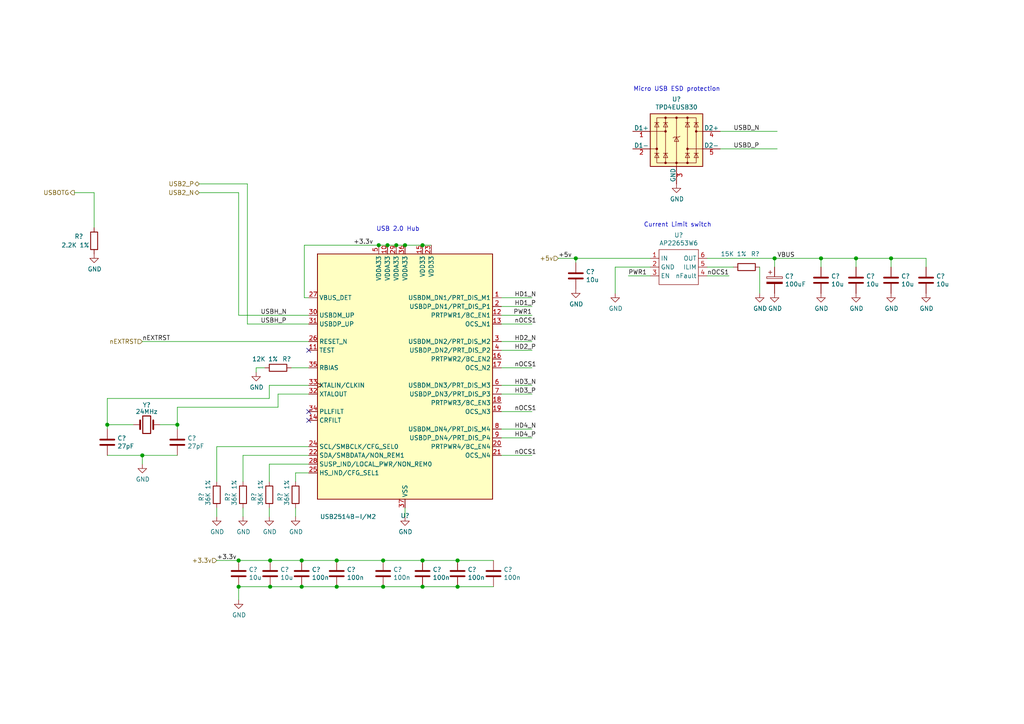
<source format=kicad_sch>
(kicad_sch (version 20211123) (generator eeschema)

  (uuid b895ca01-046e-459f-af3b-5218c6fc89db)

  (paper "A4")

  (lib_symbols
    (symbol "CM4IO:AP2553W6" (in_bom yes) (on_board yes)
      (property "Reference" "U" (id 0) (at 3.81 -6.35 0)
        (effects (font (size 1.27 1.27)))
      )
      (property "Value" "AP2553W6" (id 1) (at -3.81 -6.35 0)
        (effects (font (size 1.27 1.27)))
      )
      (property "Footprint" "Package_TO_SOT_SMD:SOT-23-6" (id 2) (at 3.81 -6.35 0)
        (effects (font (size 1.27 1.27)) hide)
      )
      (property "Datasheet" "https://www.diodes.com/assets/Datasheets/AP255x.pdf" (id 3) (at 3.81 -6.35 0)
        (effects (font (size 1.27 1.27)) hide)
      )
      (property "Field4" "Digikey" (id 4) (at 0 0 0)
        (effects (font (size 1.27 1.27)) hide)
      )
      (property "Field5" "AP2553W6-7DICT-ND" (id 5) (at 0 0 0)
        (effects (font (size 1.27 1.27)) hide)
      )
      (symbol "AP2553W6_0_0"
        (pin power_in line (at -8.89 2.54 0) (length 2.54)
          (name "IN" (effects (font (size 1.27 1.27))))
          (number "1" (effects (font (size 1.27 1.27))))
        )
        (pin power_out line (at -8.89 0 0) (length 2.54)
          (name "GND" (effects (font (size 1.27 1.27))))
          (number "2" (effects (font (size 1.27 1.27))))
        )
        (pin input line (at -8.89 -2.54 0) (length 2.54)
          (name "EN" (effects (font (size 1.27 1.27))))
          (number "3" (effects (font (size 1.27 1.27))))
        )
        (pin open_collector line (at 7.62 -2.54 180) (length 2.54)
          (name "nFault" (effects (font (size 1.27 1.27))))
          (number "4" (effects (font (size 1.27 1.27))))
        )
        (pin passive line (at 7.62 0 180) (length 2.54)
          (name "ILIM" (effects (font (size 1.27 1.27))))
          (number "5" (effects (font (size 1.27 1.27))))
        )
        (pin power_out line (at 7.62 2.54 180) (length 2.54)
          (name "OUT" (effects (font (size 1.27 1.27))))
          (number "6" (effects (font (size 1.27 1.27))))
        )
      )
      (symbol "AP2553W6_0_1"
        (rectangle (start -6.35 5.08) (end 5.08 -5.08)
          (stroke (width 0) (type default) (color 0 0 0 0))
          (fill (type none))
        )
      )
    )
    (symbol "CM4IO:TPD4EUSB30" (pin_names (offset 0)) (in_bom yes) (on_board yes)
      (property "Reference" "U" (id 0) (at -0.635 8.89 0)
        (effects (font (size 1.27 1.27)))
      )
      (property "Value" "TPD4EUSB30" (id 1) (at 8.89 -10.16 0)
        (effects (font (size 1.27 1.27)))
      )
      (property "Footprint" "Package_SON:USON-10_2.5x1.0mm_P0.5mm" (id 2) (at -24.13 -10.16 0)
        (effects (font (size 1.27 1.27)) hide)
      )
      (property "Datasheet" "http://www.ti.com/lit/ds/symlink/tpd2eusb30a.pdf" (id 3) (at 0 0 0)
        (effects (font (size 1.27 1.27)) hide)
      )
      (property "ki_keywords" "ESD protection USB 3.0" (id 4) (at 0 0 0)
        (effects (font (size 1.27 1.27)) hide)
      )
      (property "ki_description" "4-Channel ESD Protection for Super-Speed USB 3.0 Interface, USON-10" (id 5) (at 0 0 0)
        (effects (font (size 1.27 1.27)) hide)
      )
      (property "ki_fp_filters" "USON*2.5x1.0mm*P0.5mm*" (id 6) (at 0 0 0)
        (effects (font (size 1.27 1.27)) hide)
      )
      (symbol "TPD4EUSB30_0_0"
        (rectangle (start -5.715 6.477) (end 5.715 -6.604)
          (stroke (width 0) (type default) (color 0 0 0 0))
          (fill (type none))
        )
        (polyline
          (pts
            (xy -3.175 -6.604)
            (xy -3.175 6.477)
          )
          (stroke (width 0) (type default) (color 0 0 0 0))
          (fill (type none))
        )
        (polyline
          (pts
            (xy 0 6.477)
            (xy 0 -6.604)
          )
          (stroke (width 0) (type default) (color 0 0 0 0))
          (fill (type none))
        )
        (polyline
          (pts
            (xy 3.175 6.477)
            (xy 3.175 -6.604)
          )
          (stroke (width 0) (type default) (color 0 0 0 0))
          (fill (type none))
        )
      )
      (symbol "TPD4EUSB30_0_1"
        (rectangle (start -7.62 7.62) (end 7.62 -7.62)
          (stroke (width 0.254) (type default) (color 0 0 0 0))
          (fill (type background))
        )
        (circle (center -5.715 -2.54) (radius 0.2794)
          (stroke (width 0) (type default) (color 0 0 0 0))
          (fill (type outline))
        )
        (circle (center -3.175 -6.604) (radius 0.2794)
          (stroke (width 0) (type default) (color 0 0 0 0))
          (fill (type outline))
        )
        (circle (center -3.175 2.54) (radius 0.2794)
          (stroke (width 0) (type default) (color 0 0 0 0))
          (fill (type outline))
        )
        (circle (center -3.175 6.477) (radius 0.2794)
          (stroke (width 0) (type default) (color 0 0 0 0))
          (fill (type outline))
        )
        (circle (center 0 -6.604) (radius 0.2794)
          (stroke (width 0) (type default) (color 0 0 0 0))
          (fill (type outline))
        )
        (polyline
          (pts
            (xy -7.747 2.54)
            (xy -3.175 2.54)
          )
          (stroke (width 0) (type default) (color 0 0 0 0))
          (fill (type none))
        )
        (polyline
          (pts
            (xy -7.62 -2.54)
            (xy -5.715 -2.54)
          )
          (stroke (width 0) (type default) (color 0 0 0 0))
          (fill (type none))
        )
        (polyline
          (pts
            (xy -5.08 -3.81)
            (xy -6.35 -3.81)
          )
          (stroke (width 0) (type default) (color 0 0 0 0))
          (fill (type none))
        )
        (polyline
          (pts
            (xy -5.08 5.08)
            (xy -6.35 5.08)
          )
          (stroke (width 0) (type default) (color 0 0 0 0))
          (fill (type none))
        )
        (polyline
          (pts
            (xy -2.54 -3.81)
            (xy -3.81 -3.81)
          )
          (stroke (width 0) (type default) (color 0 0 0 0))
          (fill (type none))
        )
        (polyline
          (pts
            (xy -2.54 5.08)
            (xy -3.81 5.08)
          )
          (stroke (width 0) (type default) (color 0 0 0 0))
          (fill (type none))
        )
        (polyline
          (pts
            (xy -0.635 0.889)
            (xy -1.016 0.635)
          )
          (stroke (width 0) (type default) (color 0 0 0 0))
          (fill (type none))
        )
        (polyline
          (pts
            (xy 0 -6.604)
            (xy 0 -7.62)
          )
          (stroke (width 0) (type default) (color 0 0 0 0))
          (fill (type none))
        )
        (polyline
          (pts
            (xy 0.635 0.889)
            (xy -0.635 0.889)
          )
          (stroke (width 0) (type default) (color 0 0 0 0))
          (fill (type none))
        )
        (polyline
          (pts
            (xy 0.635 0.889)
            (xy 1.016 1.143)
          )
          (stroke (width 0) (type default) (color 0 0 0 0))
          (fill (type none))
        )
        (polyline
          (pts
            (xy 3.81 -3.81)
            (xy 2.54 -3.81)
          )
          (stroke (width 0) (type default) (color 0 0 0 0))
          (fill (type none))
        )
        (polyline
          (pts
            (xy 3.81 5.08)
            (xy 2.54 5.08)
          )
          (stroke (width 0) (type default) (color 0 0 0 0))
          (fill (type none))
        )
        (polyline
          (pts
            (xy 6.35 -3.81)
            (xy 5.08 -3.81)
          )
          (stroke (width 0) (type default) (color 0 0 0 0))
          (fill (type none))
        )
        (polyline
          (pts
            (xy 6.35 5.08)
            (xy 5.08 5.08)
          )
          (stroke (width 0) (type default) (color 0 0 0 0))
          (fill (type none))
        )
        (polyline
          (pts
            (xy 7.62 -2.54)
            (xy 3.175 -2.54)
          )
          (stroke (width 0) (type default) (color 0 0 0 0))
          (fill (type none))
        )
        (polyline
          (pts
            (xy 7.62 2.54)
            (xy 5.715 2.54)
          )
          (stroke (width 0) (type default) (color 0 0 0 0))
          (fill (type none))
        )
        (polyline
          (pts
            (xy -5.08 -5.08)
            (xy -6.35 -5.08)
            (xy -5.715 -3.81)
            (xy -5.08 -5.08)
          )
          (stroke (width 0) (type default) (color 0 0 0 0))
          (fill (type none))
        )
        (polyline
          (pts
            (xy -5.08 3.81)
            (xy -6.35 3.81)
            (xy -5.715 5.08)
            (xy -5.08 3.81)
          )
          (stroke (width 0) (type default) (color 0 0 0 0))
          (fill (type none))
        )
        (polyline
          (pts
            (xy -2.54 -5.08)
            (xy -3.81 -5.08)
            (xy -3.175 -3.81)
            (xy -2.54 -5.08)
          )
          (stroke (width 0) (type default) (color 0 0 0 0))
          (fill (type none))
        )
        (polyline
          (pts
            (xy -2.54 3.81)
            (xy -3.81 3.81)
            (xy -3.175 5.08)
            (xy -2.54 3.81)
          )
          (stroke (width 0) (type default) (color 0 0 0 0))
          (fill (type none))
        )
        (polyline
          (pts
            (xy 0.635 -0.381)
            (xy -0.635 -0.381)
            (xy 0 0.889)
            (xy 0.635 -0.381)
          )
          (stroke (width 0) (type default) (color 0 0 0 0))
          (fill (type none))
        )
        (polyline
          (pts
            (xy 3.81 -5.08)
            (xy 2.54 -5.08)
            (xy 3.175 -3.81)
            (xy 3.81 -5.08)
          )
          (stroke (width 0) (type default) (color 0 0 0 0))
          (fill (type none))
        )
        (polyline
          (pts
            (xy 3.81 3.81)
            (xy 2.54 3.81)
            (xy 3.175 5.08)
            (xy 3.81 3.81)
          )
          (stroke (width 0) (type default) (color 0 0 0 0))
          (fill (type none))
        )
        (polyline
          (pts
            (xy 6.35 -5.08)
            (xy 5.08 -5.08)
            (xy 5.715 -3.81)
            (xy 6.35 -5.08)
          )
          (stroke (width 0) (type default) (color 0 0 0 0))
          (fill (type none))
        )
        (polyline
          (pts
            (xy 6.35 3.81)
            (xy 5.08 3.81)
            (xy 5.715 5.08)
            (xy 6.35 3.81)
          )
          (stroke (width 0) (type default) (color 0 0 0 0))
          (fill (type none))
        )
        (circle (center 0 6.477) (radius 0.2794)
          (stroke (width 0) (type default) (color 0 0 0 0))
          (fill (type outline))
        )
        (circle (center 3.175 -6.604) (radius 0.2794)
          (stroke (width 0) (type default) (color 0 0 0 0))
          (fill (type outline))
        )
        (circle (center 3.175 -2.54) (radius 0.2794)
          (stroke (width 0) (type default) (color 0 0 0 0))
          (fill (type outline))
        )
        (circle (center 3.175 6.477) (radius 0.2794)
          (stroke (width 0) (type default) (color 0 0 0 0))
          (fill (type outline))
        )
        (circle (center 5.715 2.54) (radius 0.2794)
          (stroke (width 0) (type default) (color 0 0 0 0))
          (fill (type outline))
        )
      )
      (symbol "TPD4EUSB30_1_1"
        (pin passive line (at -12.7 2.54 0) (length 5.08)
          (name "D1+" (effects (font (size 1.27 1.27))))
          (number "1" (effects (font (size 1.27 1.27))))
        )
        (pin passive line (at -12.7 2.54 0) (length 5.08) hide
          (name "~" (effects (font (size 1.27 1.27))))
          (number "10" (effects (font (size 1.27 1.27))))
        )
        (pin passive line (at -12.7 -2.54 0) (length 5.08)
          (name "D1-" (effects (font (size 1.27 1.27))))
          (number "2" (effects (font (size 1.27 1.27))))
        )
        (pin power_in line (at 0 -12.7 90) (length 5.08)
          (name "GND" (effects (font (size 1.27 1.27))))
          (number "3" (effects (font (size 1.27 1.27))))
        )
        (pin passive line (at 12.7 2.54 180) (length 5.08)
          (name "D2+" (effects (font (size 1.27 1.27))))
          (number "4" (effects (font (size 1.27 1.27))))
        )
        (pin passive line (at 12.7 -2.54 180) (length 5.08)
          (name "D2-" (effects (font (size 1.27 1.27))))
          (number "5" (effects (font (size 1.27 1.27))))
        )
        (pin passive line (at 12.7 -2.54 180) (length 5.08) hide
          (name "~" (effects (font (size 1.27 1.27))))
          (number "6" (effects (font (size 1.27 1.27))))
        )
        (pin passive line (at 12.7 2.54 180) (length 5.08) hide
          (name "~" (effects (font (size 1.27 1.27))))
          (number "7" (effects (font (size 1.27 1.27))))
        )
        (pin passive line (at 0 -12.7 90) (length 5.08) hide
          (name "GND" (effects (font (size 1.27 1.27))))
          (number "8" (effects (font (size 1.27 1.27))))
        )
        (pin passive line (at -12.7 -2.54 0) (length 5.08) hide
          (name "~" (effects (font (size 1.27 1.27))))
          (number "9" (effects (font (size 1.27 1.27))))
        )
      )
    )
    (symbol "Device:C" (pin_numbers hide) (pin_names (offset 0.254)) (in_bom yes) (on_board yes)
      (property "Reference" "C" (id 0) (at 0.635 2.54 0)
        (effects (font (size 1.27 1.27)) (justify left))
      )
      (property "Value" "C" (id 1) (at 0.635 -2.54 0)
        (effects (font (size 1.27 1.27)) (justify left))
      )
      (property "Footprint" "" (id 2) (at 0.9652 -3.81 0)
        (effects (font (size 1.27 1.27)) hide)
      )
      (property "Datasheet" "~" (id 3) (at 0 0 0)
        (effects (font (size 1.27 1.27)) hide)
      )
      (property "ki_keywords" "cap capacitor" (id 4) (at 0 0 0)
        (effects (font (size 1.27 1.27)) hide)
      )
      (property "ki_description" "Unpolarized capacitor" (id 5) (at 0 0 0)
        (effects (font (size 1.27 1.27)) hide)
      )
      (property "ki_fp_filters" "C_*" (id 6) (at 0 0 0)
        (effects (font (size 1.27 1.27)) hide)
      )
      (symbol "C_0_1"
        (polyline
          (pts
            (xy -2.032 -0.762)
            (xy 2.032 -0.762)
          )
          (stroke (width 0.508) (type default) (color 0 0 0 0))
          (fill (type none))
        )
        (polyline
          (pts
            (xy -2.032 0.762)
            (xy 2.032 0.762)
          )
          (stroke (width 0.508) (type default) (color 0 0 0 0))
          (fill (type none))
        )
      )
      (symbol "C_1_1"
        (pin passive line (at 0 3.81 270) (length 2.794)
          (name "~" (effects (font (size 1.27 1.27))))
          (number "1" (effects (font (size 1.27 1.27))))
        )
        (pin passive line (at 0 -3.81 90) (length 2.794)
          (name "~" (effects (font (size 1.27 1.27))))
          (number "2" (effects (font (size 1.27 1.27))))
        )
      )
    )
    (symbol "Device:CP" (pin_numbers hide) (pin_names (offset 0.254)) (in_bom yes) (on_board yes)
      (property "Reference" "C" (id 0) (at 0.635 2.54 0)
        (effects (font (size 1.27 1.27)) (justify left))
      )
      (property "Value" "CP" (id 1) (at 0.635 -2.54 0)
        (effects (font (size 1.27 1.27)) (justify left))
      )
      (property "Footprint" "" (id 2) (at 0.9652 -3.81 0)
        (effects (font (size 1.27 1.27)) hide)
      )
      (property "Datasheet" "~" (id 3) (at 0 0 0)
        (effects (font (size 1.27 1.27)) hide)
      )
      (property "ki_keywords" "cap capacitor" (id 4) (at 0 0 0)
        (effects (font (size 1.27 1.27)) hide)
      )
      (property "ki_description" "Polarized capacitor" (id 5) (at 0 0 0)
        (effects (font (size 1.27 1.27)) hide)
      )
      (property "ki_fp_filters" "CP_*" (id 6) (at 0 0 0)
        (effects (font (size 1.27 1.27)) hide)
      )
      (symbol "CP_0_1"
        (rectangle (start -2.286 0.508) (end 2.286 1.016)
          (stroke (width 0) (type default) (color 0 0 0 0))
          (fill (type none))
        )
        (polyline
          (pts
            (xy -1.778 2.286)
            (xy -0.762 2.286)
          )
          (stroke (width 0) (type default) (color 0 0 0 0))
          (fill (type none))
        )
        (polyline
          (pts
            (xy -1.27 2.794)
            (xy -1.27 1.778)
          )
          (stroke (width 0) (type default) (color 0 0 0 0))
          (fill (type none))
        )
        (rectangle (start 2.286 -0.508) (end -2.286 -1.016)
          (stroke (width 0) (type default) (color 0 0 0 0))
          (fill (type outline))
        )
      )
      (symbol "CP_1_1"
        (pin passive line (at 0 3.81 270) (length 2.794)
          (name "~" (effects (font (size 1.27 1.27))))
          (number "1" (effects (font (size 1.27 1.27))))
        )
        (pin passive line (at 0 -3.81 90) (length 2.794)
          (name "~" (effects (font (size 1.27 1.27))))
          (number "2" (effects (font (size 1.27 1.27))))
        )
      )
    )
    (symbol "Device:Crystal" (pin_numbers hide) (pin_names hide) (in_bom yes) (on_board yes)
      (property "Reference" "Y" (id 0) (at 0 3.81 0)
        (effects (font (size 1.27 1.27)))
      )
      (property "Value" "Crystal" (id 1) (at 0 -3.81 0)
        (effects (font (size 1.27 1.27)))
      )
      (property "Footprint" "" (id 2) (at 0 0 0)
        (effects (font (size 1.27 1.27)) hide)
      )
      (property "Datasheet" "~" (id 3) (at 0 0 0)
        (effects (font (size 1.27 1.27)) hide)
      )
      (property "ki_keywords" "quartz ceramic resonator oscillator" (id 4) (at 0 0 0)
        (effects (font (size 1.27 1.27)) hide)
      )
      (property "ki_description" "Two pin crystal" (id 5) (at 0 0 0)
        (effects (font (size 1.27 1.27)) hide)
      )
      (property "ki_fp_filters" "Crystal*" (id 6) (at 0 0 0)
        (effects (font (size 1.27 1.27)) hide)
      )
      (symbol "Crystal_0_1"
        (rectangle (start -1.143 2.54) (end 1.143 -2.54)
          (stroke (width 0.3048) (type default) (color 0 0 0 0))
          (fill (type none))
        )
        (polyline
          (pts
            (xy -2.54 0)
            (xy -1.905 0)
          )
          (stroke (width 0) (type default) (color 0 0 0 0))
          (fill (type none))
        )
        (polyline
          (pts
            (xy -1.905 -1.27)
            (xy -1.905 1.27)
          )
          (stroke (width 0.508) (type default) (color 0 0 0 0))
          (fill (type none))
        )
        (polyline
          (pts
            (xy 1.905 -1.27)
            (xy 1.905 1.27)
          )
          (stroke (width 0.508) (type default) (color 0 0 0 0))
          (fill (type none))
        )
        (polyline
          (pts
            (xy 2.54 0)
            (xy 1.905 0)
          )
          (stroke (width 0) (type default) (color 0 0 0 0))
          (fill (type none))
        )
      )
      (symbol "Crystal_1_1"
        (pin passive line (at -3.81 0 0) (length 1.27)
          (name "1" (effects (font (size 1.27 1.27))))
          (number "1" (effects (font (size 1.27 1.27))))
        )
        (pin passive line (at 3.81 0 180) (length 1.27)
          (name "2" (effects (font (size 1.27 1.27))))
          (number "2" (effects (font (size 1.27 1.27))))
        )
      )
    )
    (symbol "Device:R" (pin_numbers hide) (pin_names (offset 0)) (in_bom yes) (on_board yes)
      (property "Reference" "R" (id 0) (at 2.032 0 90)
        (effects (font (size 1.27 1.27)))
      )
      (property "Value" "R" (id 1) (at 0 0 90)
        (effects (font (size 1.27 1.27)))
      )
      (property "Footprint" "" (id 2) (at -1.778 0 90)
        (effects (font (size 1.27 1.27)) hide)
      )
      (property "Datasheet" "~" (id 3) (at 0 0 0)
        (effects (font (size 1.27 1.27)) hide)
      )
      (property "ki_keywords" "R res resistor" (id 4) (at 0 0 0)
        (effects (font (size 1.27 1.27)) hide)
      )
      (property "ki_description" "Resistor" (id 5) (at 0 0 0)
        (effects (font (size 1.27 1.27)) hide)
      )
      (property "ki_fp_filters" "R_*" (id 6) (at 0 0 0)
        (effects (font (size 1.27 1.27)) hide)
      )
      (symbol "R_0_1"
        (rectangle (start -1.016 -2.54) (end 1.016 2.54)
          (stroke (width 0.254) (type default) (color 0 0 0 0))
          (fill (type none))
        )
      )
      (symbol "R_1_1"
        (pin passive line (at 0 3.81 270) (length 1.27)
          (name "~" (effects (font (size 1.27 1.27))))
          (number "1" (effects (font (size 1.27 1.27))))
        )
        (pin passive line (at 0 -3.81 90) (length 1.27)
          (name "~" (effects (font (size 1.27 1.27))))
          (number "2" (effects (font (size 1.27 1.27))))
        )
      )
    )
    (symbol "Interface_USB:USB2514B_Bi" (in_bom yes) (on_board yes)
      (property "Reference" "U" (id 0) (at -17.78 40.64 0)
        (effects (font (size 1.27 1.27)))
      )
      (property "Value" "USB2514B_Bi" (id 1) (at -20.32 38.1 0)
        (effects (font (size 1.27 1.27)))
      )
      (property "Footprint" "Package_DFN_QFN:QFN-36-1EP_6x6mm_P0.5mm_EP3.7x3.7mm" (id 2) (at 33.02 -38.1 0)
        (effects (font (size 1.27 1.27)) hide)
      )
      (property "Datasheet" "http://ww1.microchip.com/downloads/en/DeviceDoc/00001692C.pdf" (id 3) (at 40.64 -40.64 0)
        (effects (font (size 1.27 1.27)) hide)
      )
      (property "ki_keywords" "USB2.0 Hi-Speed-USB-Hub Hub-Controller" (id 4) (at 0 0 0)
        (effects (font (size 1.27 1.27)) hide)
      )
      (property "ki_description" "USB 2.0 Hi-Speed Hub Controller" (id 5) (at 0 0 0)
        (effects (font (size 1.27 1.27)) hide)
      )
      (property "ki_fp_filters" "QFN*6x6mm*P0.5mm*" (id 6) (at 0 0 0)
        (effects (font (size 1.27 1.27)) hide)
      )
      (symbol "USB2514B_Bi_0_1"
        (rectangle (start -25.4 35.56) (end 25.4 -35.56)
          (stroke (width 0.254) (type default) (color 0 0 0 0))
          (fill (type background))
        )
      )
      (symbol "USB2514B_Bi_1_1"
        (pin bidirectional line (at 27.94 22.86 180) (length 2.54)
          (name "USBDM_DN1/PRT_DIS_M1" (effects (font (size 1.27 1.27))))
          (number "1" (effects (font (size 1.27 1.27))))
        )
        (pin power_in line (at -5.08 38.1 270) (length 2.54)
          (name "VDDA33" (effects (font (size 1.27 1.27))))
          (number "10" (effects (font (size 1.27 1.27))))
        )
        (pin input line (at -27.94 7.62 0) (length 2.54)
          (name "TEST" (effects (font (size 1.27 1.27))))
          (number "11" (effects (font (size 1.27 1.27))))
        )
        (pin bidirectional line (at 27.94 17.78 180) (length 2.54)
          (name "PRTPWR1/BC_EN1" (effects (font (size 1.27 1.27))))
          (number "12" (effects (font (size 1.27 1.27))))
        )
        (pin input line (at 27.94 15.24 180) (length 2.54)
          (name "OCS_N1" (effects (font (size 1.27 1.27))))
          (number "13" (effects (font (size 1.27 1.27))))
        )
        (pin input line (at -27.94 -12.7 0) (length 2.54)
          (name "CRFILT" (effects (font (size 1.27 1.27))))
          (number "14" (effects (font (size 1.27 1.27))))
        )
        (pin power_in line (at 5.08 38.1 270) (length 2.54)
          (name "VDD33" (effects (font (size 1.27 1.27))))
          (number "15" (effects (font (size 1.27 1.27))))
        )
        (pin bidirectional line (at 27.94 5.08 180) (length 2.54)
          (name "PRTPWR2/BC_EN2" (effects (font (size 1.27 1.27))))
          (number "16" (effects (font (size 1.27 1.27))))
        )
        (pin input line (at 27.94 2.54 180) (length 2.54)
          (name "OCS_N2" (effects (font (size 1.27 1.27))))
          (number "17" (effects (font (size 1.27 1.27))))
        )
        (pin bidirectional line (at 27.94 -7.62 180) (length 2.54)
          (name "PRTPWR3/BC_EN3" (effects (font (size 1.27 1.27))))
          (number "18" (effects (font (size 1.27 1.27))))
        )
        (pin input line (at 27.94 -10.16 180) (length 2.54)
          (name "OCS_N3" (effects (font (size 1.27 1.27))))
          (number "19" (effects (font (size 1.27 1.27))))
        )
        (pin bidirectional line (at 27.94 20.32 180) (length 2.54)
          (name "USBDP_DN1/PRT_DIS_P1" (effects (font (size 1.27 1.27))))
          (number "2" (effects (font (size 1.27 1.27))))
        )
        (pin bidirectional line (at 27.94 -20.32 180) (length 2.54)
          (name "PRTPWR4/BC_EN4" (effects (font (size 1.27 1.27))))
          (number "20" (effects (font (size 1.27 1.27))))
        )
        (pin input line (at 27.94 -22.86 180) (length 2.54)
          (name "OCS_N4" (effects (font (size 1.27 1.27))))
          (number "21" (effects (font (size 1.27 1.27))))
        )
        (pin bidirectional line (at -27.94 -22.86 0) (length 2.54)
          (name "SDA/SMBDATA/NON_REM1" (effects (font (size 1.27 1.27))))
          (number "22" (effects (font (size 1.27 1.27))))
        )
        (pin power_in line (at 7.62 38.1 270) (length 2.54)
          (name "VDD33" (effects (font (size 1.27 1.27))))
          (number "23" (effects (font (size 1.27 1.27))))
        )
        (pin bidirectional line (at -27.94 -20.32 0) (length 2.54)
          (name "SCL/SMBCLK/CFG_SEL0" (effects (font (size 1.27 1.27))))
          (number "24" (effects (font (size 1.27 1.27))))
        )
        (pin bidirectional line (at -27.94 -27.94 0) (length 2.54)
          (name "HS_IND/CFG_SEL1" (effects (font (size 1.27 1.27))))
          (number "25" (effects (font (size 1.27 1.27))))
        )
        (pin input line (at -27.94 10.16 0) (length 2.54)
          (name "RESET_N" (effects (font (size 1.27 1.27))))
          (number "26" (effects (font (size 1.27 1.27))))
        )
        (pin input line (at -27.94 22.86 0) (length 2.54)
          (name "VBUS_DET" (effects (font (size 1.27 1.27))))
          (number "27" (effects (font (size 1.27 1.27))))
        )
        (pin bidirectional line (at -27.94 -25.4 0) (length 2.54)
          (name "SUSP_IND/LOCAL_PWR/NON_REM0" (effects (font (size 1.27 1.27))))
          (number "28" (effects (font (size 1.27 1.27))))
        )
        (pin power_in line (at -2.54 38.1 270) (length 2.54)
          (name "VDDA33" (effects (font (size 1.27 1.27))))
          (number "29" (effects (font (size 1.27 1.27))))
        )
        (pin bidirectional line (at 27.94 10.16 180) (length 2.54)
          (name "USBDM_DN2/PRT_DIS_M2" (effects (font (size 1.27 1.27))))
          (number "3" (effects (font (size 1.27 1.27))))
        )
        (pin bidirectional line (at -27.94 17.78 0) (length 2.54)
          (name "USBDM_UP" (effects (font (size 1.27 1.27))))
          (number "30" (effects (font (size 1.27 1.27))))
        )
        (pin bidirectional line (at -27.94 15.24 0) (length 2.54)
          (name "USBDP_UP" (effects (font (size 1.27 1.27))))
          (number "31" (effects (font (size 1.27 1.27))))
        )
        (pin output line (at -27.94 -5.08 0) (length 2.54)
          (name "XTALOUT" (effects (font (size 1.27 1.27))))
          (number "32" (effects (font (size 1.27 1.27))))
        )
        (pin input clock (at -27.94 -2.54 0) (length 2.54)
          (name "XTALIN/CLKIN" (effects (font (size 1.27 1.27))))
          (number "33" (effects (font (size 1.27 1.27))))
        )
        (pin input line (at -27.94 -10.16 0) (length 2.54)
          (name "PLLFILT" (effects (font (size 1.27 1.27))))
          (number "34" (effects (font (size 1.27 1.27))))
        )
        (pin input line (at -27.94 2.54 0) (length 2.54)
          (name "RBIAS" (effects (font (size 1.27 1.27))))
          (number "35" (effects (font (size 1.27 1.27))))
        )
        (pin power_in line (at 0 38.1 270) (length 2.54)
          (name "VDDA33" (effects (font (size 1.27 1.27))))
          (number "36" (effects (font (size 1.27 1.27))))
        )
        (pin power_in line (at 0 -38.1 90) (length 2.54)
          (name "VSS" (effects (font (size 1.27 1.27))))
          (number "37" (effects (font (size 1.27 1.27))))
        )
        (pin bidirectional line (at 27.94 7.62 180) (length 2.54)
          (name "USBDP_DN2/PRT_DIS_P2" (effects (font (size 1.27 1.27))))
          (number "4" (effects (font (size 1.27 1.27))))
        )
        (pin power_in line (at -7.62 38.1 270) (length 2.54)
          (name "VDDA33" (effects (font (size 1.27 1.27))))
          (number "5" (effects (font (size 1.27 1.27))))
        )
        (pin bidirectional line (at 27.94 -2.54 180) (length 2.54)
          (name "USBDM_DN3/PRT_DIS_M3" (effects (font (size 1.27 1.27))))
          (number "6" (effects (font (size 1.27 1.27))))
        )
        (pin bidirectional line (at 27.94 -5.08 180) (length 2.54)
          (name "USBDP_DN3/PRT_DIS_P3" (effects (font (size 1.27 1.27))))
          (number "7" (effects (font (size 1.27 1.27))))
        )
        (pin bidirectional line (at 27.94 -15.24 180) (length 2.54)
          (name "USBDM_DN4/PRT_DIS_M4" (effects (font (size 1.27 1.27))))
          (number "8" (effects (font (size 1.27 1.27))))
        )
        (pin bidirectional line (at 27.94 -17.78 180) (length 2.54)
          (name "USBDP_DN4/PRT_DIS_P4" (effects (font (size 1.27 1.27))))
          (number "9" (effects (font (size 1.27 1.27))))
        )
      )
    )
    (symbol "power:GND" (power) (pin_names (offset 0)) (in_bom yes) (on_board yes)
      (property "Reference" "#PWR" (id 0) (at 0 -6.35 0)
        (effects (font (size 1.27 1.27)) hide)
      )
      (property "Value" "GND" (id 1) (at 0 -3.81 0)
        (effects (font (size 1.27 1.27)))
      )
      (property "Footprint" "" (id 2) (at 0 0 0)
        (effects (font (size 1.27 1.27)) hide)
      )
      (property "Datasheet" "" (id 3) (at 0 0 0)
        (effects (font (size 1.27 1.27)) hide)
      )
      (property "ki_keywords" "power-flag" (id 4) (at 0 0 0)
        (effects (font (size 1.27 1.27)) hide)
      )
      (property "ki_description" "Power symbol creates a global label with name \"GND\" , ground" (id 5) (at 0 0 0)
        (effects (font (size 1.27 1.27)) hide)
      )
      (symbol "GND_0_1"
        (polyline
          (pts
            (xy 0 0)
            (xy 0 -1.27)
            (xy 1.27 -1.27)
            (xy 0 -2.54)
            (xy -1.27 -1.27)
            (xy 0 -1.27)
          )
          (stroke (width 0) (type default) (color 0 0 0 0))
          (fill (type none))
        )
      )
      (symbol "GND_1_1"
        (pin power_in line (at 0 0 270) (length 0) hide
          (name "GND" (effects (font (size 1.27 1.27))))
          (number "1" (effects (font (size 1.27 1.27))))
        )
      )
    )
  )

  (junction (at 109.855 71.12) (diameter 1.016) (color 0 0 0 0)
    (uuid 069233a4-10e9-4ab0-93ae-dd50bb113bf6)
  )
  (junction (at 78.359 170.18) (diameter 1.016) (color 0 0 0 0)
    (uuid 08402209-d3fd-42d4-8065-6a77e812c43c)
  )
  (junction (at 167.005 74.93) (diameter 1.016) (color 0 0 0 0)
    (uuid 176991c5-eef2-490b-a3a2-c63f70c1b762)
  )
  (junction (at 97.663 162.56) (diameter 1.016) (color 0 0 0 0)
    (uuid 1ebf55b2-09a7-4dc8-8b62-2c2166fb1446)
  )
  (junction (at 87.503 170.18) (diameter 1.016) (color 0 0 0 0)
    (uuid 307d06a5-a22d-4946-8b80-4f092fd73e46)
  )
  (junction (at 112.395 71.12) (diameter 1.016) (color 0 0 0 0)
    (uuid 3d33aeba-5fad-431d-9fc6-10af2aa4505a)
  )
  (junction (at 122.555 71.12) (diameter 1.016) (color 0 0 0 0)
    (uuid 3fcf52ed-116d-4c30-b924-45182f2e4435)
  )
  (junction (at 122.555 162.56) (diameter 1.016) (color 0 0 0 0)
    (uuid 40305e0e-c9f1-49e6-9a11-38396c5aad44)
  )
  (junction (at 111.125 162.56) (diameter 1.016) (color 0 0 0 0)
    (uuid 416f2dc9-040a-4c76-990c-e10ccd505522)
  )
  (junction (at 78.359 162.56) (diameter 1.016) (color 0 0 0 0)
    (uuid 4b77d0a4-5200-4718-ad55-d12fcc0160fd)
  )
  (junction (at 87.503 162.56) (diameter 1.016) (color 0 0 0 0)
    (uuid 525f23b9-a23c-4305-afe1-22811746f220)
  )
  (junction (at 258.445 74.93) (diameter 1.016) (color 0 0 0 0)
    (uuid 571912b7-93f1-48e7-9716-795cf2eaaab5)
  )
  (junction (at 132.715 162.56) (diameter 1.016) (color 0 0 0 0)
    (uuid 5f72faf8-8342-4403-84e1-1a42e963da2b)
  )
  (junction (at 41.275 132.08) (diameter 1.016) (color 0 0 0 0)
    (uuid 6a336e3f-79e9-4231-8ca2-38a798f05f9f)
  )
  (junction (at 97.663 170.18) (diameter 1.016) (color 0 0 0 0)
    (uuid 85e78923-8588-4c12-be82-1339495de1d9)
  )
  (junction (at 122.555 170.18) (diameter 1.016) (color 0 0 0 0)
    (uuid 96752d91-b1d8-4e14-870e-215a5a87ee0e)
  )
  (junction (at 69.215 170.18) (diameter 1.016) (color 0 0 0 0)
    (uuid 9b0f93ef-a45a-4738-a37f-ee43c3ce3020)
  )
  (junction (at 51.435 123.19) (diameter 1.016) (color 0 0 0 0)
    (uuid 9f9a1dc2-1e64-4561-84e9-c59e56eccfbe)
  )
  (junction (at 111.125 170.18) (diameter 1.016) (color 0 0 0 0)
    (uuid a82dccd0-c2cd-4bf9-86b4-efddd3a8276f)
  )
  (junction (at 132.715 170.18) (diameter 1.016) (color 0 0 0 0)
    (uuid baa08606-faaa-40a4-8243-f2559d90760d)
  )
  (junction (at 114.935 71.12) (diameter 1.016) (color 0 0 0 0)
    (uuid d312a4d8-3900-420d-83df-acf2d1616827)
  )
  (junction (at 69.215 162.56) (diameter 1.016) (color 0 0 0 0)
    (uuid d86de366-b062-45a7-bdc6-eee27735041a)
  )
  (junction (at 248.285 74.93) (diameter 1.016) (color 0 0 0 0)
    (uuid de4d9514-3cb5-4e56-aa34-9a36cc7ab2fb)
  )
  (junction (at 224.663 74.93) (diameter 1.016) (color 0 0 0 0)
    (uuid e85705c7-e2a6-4d53-a85c-6c783418e0d2)
  )
  (junction (at 117.475 71.12) (diameter 1.016) (color 0 0 0 0)
    (uuid ea4e4e6a-929c-474e-821a-a752170b4f9c)
  )
  (junction (at 31.115 123.19) (diameter 1.016) (color 0 0 0 0)
    (uuid f0df0d69-5126-4627-835f-c98c904e9fca)
  )
  (junction (at 238.125 74.93) (diameter 1.016) (color 0 0 0 0)
    (uuid fe42ae90-db4c-434c-84ff-afc19cdb6192)
  )

  (no_connect (at 89.535 121.92) (uuid 023b8036-b37e-4e6b-b316-94c2bd8af4ab))
  (no_connect (at 89.535 119.38) (uuid 4338d29b-6c04-409d-875e-313e19a0fd23))
  (no_connect (at 89.535 101.6) (uuid 64fbefce-a964-4fb3-859a-3fdb8eab745c))

  (wire (pts (xy 132.715 170.18) (xy 143.129 170.18))
    (stroke (width 0) (type solid) (color 0 0 0 0))
    (uuid 00f6a67c-a032-469e-9560-b139d4e1b4a7)
  )
  (wire (pts (xy 31.115 115.57) (xy 31.115 123.19))
    (stroke (width 0) (type solid) (color 0 0 0 0))
    (uuid 02d9daae-b6cd-4a84-8ffb-baec648fb565)
  )
  (wire (pts (xy 238.125 77.47) (xy 238.125 74.93))
    (stroke (width 0) (type solid) (color 0 0 0 0))
    (uuid 03d91a1d-a585-47a4-99f9-06bc1c5af887)
  )
  (wire (pts (xy 132.715 162.56) (xy 143.129 162.56))
    (stroke (width 0) (type solid) (color 0 0 0 0))
    (uuid 04c74dd5-f6c8-4c9d-8c28-3b17ac54986b)
  )
  (wire (pts (xy 145.415 101.6) (xy 154.305 101.6))
    (stroke (width 0) (type solid) (color 0 0 0 0))
    (uuid 09f00905-8f05-42b4-a7fe-d9d187795276)
  )
  (wire (pts (xy 78.105 111.76) (xy 89.535 111.76))
    (stroke (width 0) (type solid) (color 0 0 0 0))
    (uuid 09f6b727-b73b-4591-a484-7c0de0a910bf)
  )
  (wire (pts (xy 46.355 123.19) (xy 51.435 123.19))
    (stroke (width 0) (type solid) (color 0 0 0 0))
    (uuid 0be455d7-9219-470e-8eb0-7925a3f97f66)
  )
  (wire (pts (xy 117.475 147.32) (xy 117.475 149.86))
    (stroke (width 0) (type solid) (color 0 0 0 0))
    (uuid 0f81970b-f55e-4039-a8ff-40c0a07bab88)
  )
  (wire (pts (xy 145.415 93.98) (xy 154.305 93.98))
    (stroke (width 0) (type solid) (color 0 0 0 0))
    (uuid 0fc0af60-7c5e-465c-98a4-0c40535accc6)
  )
  (wire (pts (xy 62.865 162.56) (xy 69.215 162.56))
    (stroke (width 0) (type solid) (color 0 0 0 0))
    (uuid 1088c273-6236-415b-85a3-3a7f49436fe6)
  )
  (wire (pts (xy 62.865 129.54) (xy 89.535 129.54))
    (stroke (width 0) (type solid) (color 0 0 0 0))
    (uuid 12b6afa4-4d3a-430e-8416-f3d60b11b644)
  )
  (wire (pts (xy 51.435 118.11) (xy 51.435 123.19))
    (stroke (width 0) (type solid) (color 0 0 0 0))
    (uuid 18e9f180-adaa-4063-b433-8c7af5ab470b)
  )
  (wire (pts (xy 78.105 134.62) (xy 89.535 134.62))
    (stroke (width 0) (type solid) (color 0 0 0 0))
    (uuid 19cec2a5-b60e-466c-a462-027339cdd498)
  )
  (wire (pts (xy 145.415 127) (xy 154.305 127))
    (stroke (width 0) (type solid) (color 0 0 0 0))
    (uuid 1b2cb8f7-8af3-444a-a537-e59bc9bc19b4)
  )
  (wire (pts (xy 69.215 173.99) (xy 69.215 170.18))
    (stroke (width 0) (type solid) (color 0 0 0 0))
    (uuid 1ce35f55-7b10-4f85-a37b-4d1001366d27)
  )
  (wire (pts (xy 224.663 74.93) (xy 224.663 77.47))
    (stroke (width 0) (type solid) (color 0 0 0 0))
    (uuid 1f9097e7-c345-4ea0-87cd-6931bd3e5e20)
  )
  (wire (pts (xy 70.485 139.7) (xy 70.485 132.08))
    (stroke (width 0) (type solid) (color 0 0 0 0))
    (uuid 20f8741b-5a66-456e-a4d1-e6dbaeead04f)
  )
  (wire (pts (xy 62.865 139.7) (xy 62.865 129.54))
    (stroke (width 0) (type solid) (color 0 0 0 0))
    (uuid 24336cbb-ed5d-44b0-bf02-d11ae0331fac)
  )
  (wire (pts (xy 167.005 74.93) (xy 188.595 74.93))
    (stroke (width 0) (type solid) (color 0 0 0 0))
    (uuid 28fad468-16c1-495b-a9b8-03671489953a)
  )
  (wire (pts (xy 122.555 162.56) (xy 132.715 162.56))
    (stroke (width 0) (type solid) (color 0 0 0 0))
    (uuid 2f670aab-9e89-41fe-876d-bce239efa431)
  )
  (wire (pts (xy 145.415 106.68) (xy 154.305 106.68))
    (stroke (width 0) (type solid) (color 0 0 0 0))
    (uuid 32648182-78d1-48bd-92e8-99a019338fe4)
  )
  (wire (pts (xy 182.245 80.01) (xy 188.595 80.01))
    (stroke (width 0) (type solid) (color 0 0 0 0))
    (uuid 336d36fa-a7d0-4e31-b97e-7e2f57518017)
  )
  (wire (pts (xy 89.535 114.3) (xy 80.645 114.3))
    (stroke (width 0) (type solid) (color 0 0 0 0))
    (uuid 34fece71-a06e-47e2-b5dc-947ddf87b09e)
  )
  (wire (pts (xy 145.415 132.08) (xy 154.305 132.08))
    (stroke (width 0) (type solid) (color 0 0 0 0))
    (uuid 36fe93c2-af62-4a4b-9468-8717b77d7462)
  )
  (wire (pts (xy 122.555 170.18) (xy 132.715 170.18))
    (stroke (width 0) (type solid) (color 0 0 0 0))
    (uuid 382ce14f-0b78-4c2d-9fe1-67023cc607e4)
  )
  (wire (pts (xy 41.275 132.08) (xy 51.435 132.08))
    (stroke (width 0) (type solid) (color 0 0 0 0))
    (uuid 3862ae54-0889-40d0-a519-841ecb949575)
  )
  (wire (pts (xy 31.115 132.08) (xy 41.275 132.08))
    (stroke (width 0) (type solid) (color 0 0 0 0))
    (uuid 39cca1bd-96d6-42ee-8c69-5de87b57e546)
  )
  (wire (pts (xy 71.755 93.98) (xy 89.535 93.98))
    (stroke (width 0) (type solid) (color 0 0 0 0))
    (uuid 39ea8622-ff03-464a-b272-99edd2919443)
  )
  (wire (pts (xy 188.595 77.47) (xy 178.435 77.47))
    (stroke (width 0) (type solid) (color 0 0 0 0))
    (uuid 3b82d8e3-a040-434a-9991-6271f6273782)
  )
  (wire (pts (xy 88.265 86.36) (xy 88.265 71.12))
    (stroke (width 0) (type solid) (color 0 0 0 0))
    (uuid 40b56ce4-b09f-4e90-85cf-ab6bc76787eb)
  )
  (wire (pts (xy 80.645 118.11) (xy 51.435 118.11))
    (stroke (width 0) (type solid) (color 0 0 0 0))
    (uuid 42770697-efd8-47a4-998a-d1be32b61634)
  )
  (wire (pts (xy 248.285 74.93) (xy 258.445 74.93))
    (stroke (width 0) (type solid) (color 0 0 0 0))
    (uuid 45234e68-f309-41ff-b7bf-09e6fd708b9a)
  )
  (wire (pts (xy 69.215 162.56) (xy 78.359 162.56))
    (stroke (width 0) (type solid) (color 0 0 0 0))
    (uuid 4824cc17-4fe1-4945-ad51-0aeea24cae8e)
  )
  (wire (pts (xy 78.359 162.56) (xy 87.503 162.56))
    (stroke (width 0) (type solid) (color 0 0 0 0))
    (uuid 49c7cb3f-a658-4999-a305-f40b4dfcb82f)
  )
  (wire (pts (xy 161.925 74.93) (xy 167.005 74.93))
    (stroke (width 0) (type solid) (color 0 0 0 0))
    (uuid 4cc8f330-0552-463d-8506-7fc2c95c4de2)
  )
  (wire (pts (xy 27.305 55.88) (xy 27.305 66.04))
    (stroke (width 0) (type solid) (color 0 0 0 0))
    (uuid 4e4e43cd-2fbe-4bd3-97f5-d69c14cf2e78)
  )
  (wire (pts (xy 71.755 53.34) (xy 71.755 93.98))
    (stroke (width 0) (type solid) (color 0 0 0 0))
    (uuid 5205aebd-9933-4ae9-a0ce-7844b2f8a68d)
  )
  (wire (pts (xy 220.345 77.47) (xy 220.345 85.09))
    (stroke (width 0) (type solid) (color 0 0 0 0))
    (uuid 528fa016-8dda-47a4-ac5a-14ef00dc9116)
  )
  (wire (pts (xy 97.663 162.56) (xy 111.125 162.56))
    (stroke (width 0) (type solid) (color 0 0 0 0))
    (uuid 5bce6732-4026-40a9-a828-7e9b55a30ffd)
  )
  (wire (pts (xy 74.295 106.68) (xy 74.295 107.95))
    (stroke (width 0) (type solid) (color 0 0 0 0))
    (uuid 5cdb6c77-dfe0-4421-823c-8da8613d150a)
  )
  (wire (pts (xy 70.485 147.32) (xy 70.485 149.86))
    (stroke (width 0) (type solid) (color 0 0 0 0))
    (uuid 6319e6b6-80ef-4c5d-932b-ba0c8406594e)
  )
  (wire (pts (xy 31.115 123.19) (xy 38.735 123.19))
    (stroke (width 0) (type solid) (color 0 0 0 0))
    (uuid 66f0428d-5d42-4a2b-bd34-e3c56deaabd4)
  )
  (wire (pts (xy 70.485 132.08) (xy 89.535 132.08))
    (stroke (width 0) (type solid) (color 0 0 0 0))
    (uuid 6c1a3235-4d99-4e6f-a98c-377099e15df8)
  )
  (wire (pts (xy 145.415 111.76) (xy 154.305 111.76))
    (stroke (width 0) (type solid) (color 0 0 0 0))
    (uuid 6e8e2ce6-25e4-45c5-9bc7-02a69f9cfe4b)
  )
  (wire (pts (xy 69.215 170.18) (xy 78.359 170.18))
    (stroke (width 0) (type solid) (color 0 0 0 0))
    (uuid 6fed9995-8ff3-4083-85d0-0bba783437a3)
  )
  (wire (pts (xy 112.395 71.12) (xy 114.935 71.12))
    (stroke (width 0) (type solid) (color 0 0 0 0))
    (uuid 732f4616-9686-45b7-995e-72519f23bdcd)
  )
  (wire (pts (xy 208.915 43.18) (xy 225.425 43.18))
    (stroke (width 0) (type solid) (color 0 0 0 0))
    (uuid 7bdf0f3e-3a1c-4abb-9c33-d80432067514)
  )
  (wire (pts (xy 41.275 132.08) (xy 41.275 134.62))
    (stroke (width 0) (type solid) (color 0 0 0 0))
    (uuid 7cba27a8-b26c-4e33-ad8e-83f2f8589f1f)
  )
  (wire (pts (xy 85.725 139.7) (xy 85.725 137.16))
    (stroke (width 0) (type solid) (color 0 0 0 0))
    (uuid 7d7dfbee-e276-47ab-a29b-12b4be9b22c4)
  )
  (wire (pts (xy 97.663 170.18) (xy 111.125 170.18))
    (stroke (width 0) (type solid) (color 0 0 0 0))
    (uuid 7e6726ff-283a-4ed7-b60b-d90a98630cf5)
  )
  (wire (pts (xy 145.415 124.46) (xy 154.305 124.46))
    (stroke (width 0) (type solid) (color 0 0 0 0))
    (uuid 7e9a1be5-219f-4a33-9196-b331202ab340)
  )
  (wire (pts (xy 122.555 71.12) (xy 125.095 71.12))
    (stroke (width 0) (type solid) (color 0 0 0 0))
    (uuid 80f86dbb-173a-407f-b1a5-5b28f6434658)
  )
  (wire (pts (xy 238.125 74.93) (xy 248.285 74.93))
    (stroke (width 0) (type solid) (color 0 0 0 0))
    (uuid 883e7763-c7c3-4085-8e36-b949c37033d0)
  )
  (wire (pts (xy 205.105 80.01) (xy 211.455 80.01))
    (stroke (width 0) (type solid) (color 0 0 0 0))
    (uuid 884b30ea-af8f-4f82-a557-df4823436067)
  )
  (wire (pts (xy 258.445 74.93) (xy 268.605 74.93))
    (stroke (width 0) (type solid) (color 0 0 0 0))
    (uuid 8a3add20-c253-4adc-b840-becd588ad034)
  )
  (wire (pts (xy 145.415 114.3) (xy 154.305 114.3))
    (stroke (width 0) (type solid) (color 0 0 0 0))
    (uuid 8d83e328-7f8e-4ff2-9f4c-9b7ab1a82636)
  )
  (wire (pts (xy 57.785 55.88) (xy 69.215 55.88))
    (stroke (width 0) (type solid) (color 0 0 0 0))
    (uuid 91693c2d-393b-42f7-a860-3895f87b3638)
  )
  (wire (pts (xy 248.285 74.93) (xy 248.285 77.47))
    (stroke (width 0) (type solid) (color 0 0 0 0))
    (uuid 917b5326-3ee0-4010-87d4-41a23aedd531)
  )
  (wire (pts (xy 205.105 77.47) (xy 212.725 77.47))
    (stroke (width 0) (type solid) (color 0 0 0 0))
    (uuid 9428c84f-f95c-4fa2-a59d-586cb3c5d4fd)
  )
  (wire (pts (xy 224.663 74.93) (xy 238.125 74.93))
    (stroke (width 0) (type solid) (color 0 0 0 0))
    (uuid 9481d1bb-33fc-4de3-be43-996175f1f1b7)
  )
  (wire (pts (xy 78.359 170.18) (xy 87.503 170.18))
    (stroke (width 0) (type solid) (color 0 0 0 0))
    (uuid 970b75d2-be6a-4922-bf76-1e9d7e25dec5)
  )
  (wire (pts (xy 88.265 71.12) (xy 109.855 71.12))
    (stroke (width 0) (type solid) (color 0 0 0 0))
    (uuid 983c6f9b-ab5a-42af-bd5a-759d76f91388)
  )
  (wire (pts (xy 84.455 106.68) (xy 89.535 106.68))
    (stroke (width 0) (type solid) (color 0 0 0 0))
    (uuid 9fe4ec8e-d675-4b57-9038-b2ad5a9800f8)
  )
  (wire (pts (xy 145.415 91.44) (xy 154.305 91.44))
    (stroke (width 0) (type solid) (color 0 0 0 0))
    (uuid a6345e1e-3122-449b-95d2-36f2643fb1aa)
  )
  (wire (pts (xy 62.865 147.32) (xy 62.865 149.86))
    (stroke (width 0) (type solid) (color 0 0 0 0))
    (uuid a7238a92-fd90-4f03-97ca-e07dac351f72)
  )
  (wire (pts (xy 41.275 99.06) (xy 89.535 99.06))
    (stroke (width 0) (type solid) (color 0 0 0 0))
    (uuid a9a939f5-10d0-414e-b2e4-40fdea93f675)
  )
  (wire (pts (xy 85.725 137.16) (xy 89.535 137.16))
    (stroke (width 0) (type solid) (color 0 0 0 0))
    (uuid aa6ef6ac-68c2-4840-9d51-c5640cd77ca8)
  )
  (wire (pts (xy 114.935 71.12) (xy 117.475 71.12))
    (stroke (width 0) (type solid) (color 0 0 0 0))
    (uuid abe00674-f224-458e-b299-3c29db445920)
  )
  (wire (pts (xy 80.645 114.3) (xy 80.645 118.11))
    (stroke (width 0) (type solid) (color 0 0 0 0))
    (uuid ac3af095-2965-4605-bd85-c6fa579f63d9)
  )
  (wire (pts (xy 31.115 124.46) (xy 31.115 123.19))
    (stroke (width 0) (type solid) (color 0 0 0 0))
    (uuid b0417074-2887-4d2d-b55d-004cff435a65)
  )
  (wire (pts (xy 57.785 53.34) (xy 71.755 53.34))
    (stroke (width 0) (type solid) (color 0 0 0 0))
    (uuid b134eb71-28da-4fab-b4ff-66250b349fbc)
  )
  (wire (pts (xy 208.915 38.1) (xy 225.425 38.1))
    (stroke (width 0) (type solid) (color 0 0 0 0))
    (uuid b180f6d0-d840-4b9f-8540-82b63ef22fd3)
  )
  (wire (pts (xy 111.125 170.18) (xy 122.555 170.18))
    (stroke (width 0) (type solid) (color 0 0 0 0))
    (uuid b3d2b3b2-eee3-4354-96ae-35ebc3a7e3fd)
  )
  (wire (pts (xy 87.503 162.56) (xy 97.663 162.56))
    (stroke (width 0) (type solid) (color 0 0 0 0))
    (uuid b62c4095-f1c0-47c0-a2a2-cdabd2346de9)
  )
  (wire (pts (xy 78.105 147.32) (xy 78.105 149.86))
    (stroke (width 0) (type solid) (color 0 0 0 0))
    (uuid b719a6ee-0144-4966-8b91-52a9b865a921)
  )
  (wire (pts (xy 117.475 71.12) (xy 122.555 71.12))
    (stroke (width 0) (type solid) (color 0 0 0 0))
    (uuid b8e5fc14-76d4-4e5d-851b-fd5f4482d6c8)
  )
  (wire (pts (xy 78.105 139.7) (xy 78.105 134.62))
    (stroke (width 0) (type solid) (color 0 0 0 0))
    (uuid bde06726-cef4-4003-a1b5-ea6b7a6034a0)
  )
  (wire (pts (xy 205.105 74.93) (xy 224.663 74.93))
    (stroke (width 0) (type solid) (color 0 0 0 0))
    (uuid c9d7f80c-93d3-40b6-82bc-9669a79c7f05)
  )
  (wire (pts (xy 178.435 77.47) (xy 178.435 85.09))
    (stroke (width 0) (type solid) (color 0 0 0 0))
    (uuid ce34a1dd-d07d-48bb-aebe-a3aecf00e9f5)
  )
  (wire (pts (xy 167.005 76.2) (xy 167.005 74.93))
    (stroke (width 0) (type solid) (color 0 0 0 0))
    (uuid cec05737-5b46-47f2-88a5-1b50d72128d9)
  )
  (wire (pts (xy 111.125 162.56) (xy 122.555 162.56))
    (stroke (width 0) (type solid) (color 0 0 0 0))
    (uuid d026afe8-5538-4de1-aecf-36ce48ac0de0)
  )
  (wire (pts (xy 85.725 147.32) (xy 85.725 149.86))
    (stroke (width 0) (type solid) (color 0 0 0 0))
    (uuid d2876e9b-6795-46e8-877a-953cac4c8682)
  )
  (wire (pts (xy 51.435 123.19) (xy 51.435 124.46))
    (stroke (width 0) (type solid) (color 0 0 0 0))
    (uuid d28e5e59-d0f8-4887-a713-d142448c8207)
  )
  (wire (pts (xy 145.415 119.38) (xy 154.305 119.38))
    (stroke (width 0) (type solid) (color 0 0 0 0))
    (uuid d2b2a0fb-ef5f-4895-93c7-ef2955a86bd7)
  )
  (wire (pts (xy 78.105 115.57) (xy 31.115 115.57))
    (stroke (width 0) (type solid) (color 0 0 0 0))
    (uuid d4d7af4a-bdba-41a7-93c2-da79d93aaec5)
  )
  (wire (pts (xy 109.855 71.12) (xy 112.395 71.12))
    (stroke (width 0) (type solid) (color 0 0 0 0))
    (uuid dd84530f-c5fe-45e5-8faf-e2719fcb14cd)
  )
  (wire (pts (xy 268.605 77.47) (xy 268.605 74.93))
    (stroke (width 0) (type solid) (color 0 0 0 0))
    (uuid e2f67213-4bba-4825-970b-821f5948cd90)
  )
  (wire (pts (xy 78.105 111.76) (xy 78.105 115.57))
    (stroke (width 0) (type solid) (color 0 0 0 0))
    (uuid e3ecc5b1-08bf-4166-b46e-49ee316a0004)
  )
  (wire (pts (xy 89.535 91.44) (xy 69.215 91.44))
    (stroke (width 0) (type solid) (color 0 0 0 0))
    (uuid ee52ed9a-fe21-45b1-a428-83501c475943)
  )
  (wire (pts (xy 21.59 55.88) (xy 27.305 55.88))
    (stroke (width 0) (type solid) (color 0 0 0 0))
    (uuid f0786ee3-a048-405f-8056-d584552fedf1)
  )
  (wire (pts (xy 76.835 106.68) (xy 74.295 106.68))
    (stroke (width 0) (type solid) (color 0 0 0 0))
    (uuid f0eaad98-d205-41c4-a0e6-ff5881df4ae0)
  )
  (wire (pts (xy 89.535 86.36) (xy 88.265 86.36))
    (stroke (width 0) (type solid) (color 0 0 0 0))
    (uuid f0ff863e-3f41-4098-870d-552a521f55f2)
  )
  (wire (pts (xy 145.415 88.9) (xy 154.305 88.9))
    (stroke (width 0) (type solid) (color 0 0 0 0))
    (uuid f2a31fe7-1ac8-4e74-a762-4fe4d4432d0c)
  )
  (wire (pts (xy 69.215 55.88) (xy 69.215 91.44))
    (stroke (width 0) (type solid) (color 0 0 0 0))
    (uuid f33292b6-e256-451d-9bfa-7d07ba9e670f)
  )
  (wire (pts (xy 87.503 170.18) (xy 97.663 170.18))
    (stroke (width 0) (type solid) (color 0 0 0 0))
    (uuid f345a031-cb21-4b90-913a-e2bf8193b582)
  )
  (wire (pts (xy 145.415 86.36) (xy 154.305 86.36))
    (stroke (width 0) (type solid) (color 0 0 0 0))
    (uuid f8a44a9a-da73-4156-bb86-1da0e2ac4330)
  )
  (wire (pts (xy 258.445 74.93) (xy 258.445 77.47))
    (stroke (width 0) (type solid) (color 0 0 0 0))
    (uuid fa74e58b-1d1f-4c19-a9e0-9a5b12093d6c)
  )
  (wire (pts (xy 145.415 99.06) (xy 154.305 99.06))
    (stroke (width 0) (type solid) (color 0 0 0 0))
    (uuid fb039884-3e73-4397-80ae-d0e816d49104)
  )

  (text "Micro USB ESD protection" (at 208.915 26.67 180)
    (effects (font (size 1.27 1.27)) (justify right bottom))
    (uuid 03e75cc6-2d96-4d7f-9d3b-b64b049a6429)
  )
  (text "USB 2.0 Hub" (at 121.7168 67.2592 180)
    (effects (font (size 1.27 1.27)) (justify right bottom))
    (uuid 46088382-79ac-4353-aa89-fc04c12ff305)
  )
  (text "Current Limit switch" (at 206.375 66.04 180)
    (effects (font (size 1.27 1.27)) (justify right bottom))
    (uuid 96597868-124d-4a3c-974d-f269e7248232)
  )

  (label "USBD_N" (at 212.725 38.1 0)
    (effects (font (size 1.27 1.27)) (justify left bottom))
    (uuid 0ae82e1e-e87b-4074-a3ac-4ce032970e6f)
  )
  (label "HD1_N" (at 149.225 86.36 0)
    (effects (font (size 1.27 1.27)) (justify left bottom))
    (uuid 0c990048-7035-4646-8b07-f79fbfddff62)
  )
  (label "nOCS1" (at 149.225 119.38 0)
    (effects (font (size 1.27 1.27)) (justify left bottom))
    (uuid 17a1090e-1ea0-4ddd-9da2-e68411fa1c2d)
  )
  (label "HD3_P" (at 149.225 114.3 0)
    (effects (font (size 1.27 1.27)) (justify left bottom))
    (uuid 17dccccc-0b52-460b-b2ea-f26a9b3fe290)
  )
  (label "nOCS1" (at 149.225 93.98 0)
    (effects (font (size 1.27 1.27)) (justify left bottom))
    (uuid 296e8eb3-22ac-4c85-9e99-1eac29f38629)
  )
  (label "VBUS" (at 225.425 74.93 0)
    (effects (font (size 1.27 1.27)) (justify left bottom))
    (uuid 2ea2fe11-f110-4c15-9711-2061b7ff7476)
  )
  (label "USBD_P" (at 212.725 43.18 0)
    (effects (font (size 1.27 1.27)) (justify left bottom))
    (uuid 35d35ecc-35d5-4891-8a97-348283c292df)
  )
  (label "HD2_P" (at 149.225 101.6 0)
    (effects (font (size 1.27 1.27)) (justify left bottom))
    (uuid 6140af20-22e4-48ac-a2b4-7233783628c2)
  )
  (label "PWR1" (at 182.245 80.01 0)
    (effects (font (size 1.27 1.27)) (justify left bottom))
    (uuid 76dc83c0-04b7-4721-befc-235e837b0de0)
  )
  (label "+5v" (at 161.925 74.93 0)
    (effects (font (size 1.27 1.27)) (justify left bottom))
    (uuid 7a89709d-a8cb-4a64-a3a3-ed263fad27d0)
  )
  (label "nOCS1" (at 205.105 80.01 0)
    (effects (font (size 1.27 1.27)) (justify left bottom))
    (uuid 7bf62f93-87a1-4db1-8ca9-79ce9596c2b8)
  )
  (label "HD4_P" (at 149.225 127 0)
    (effects (font (size 1.27 1.27)) (justify left bottom))
    (uuid 8d5df1fc-5823-451d-82cf-c63d48b6fd73)
  )
  (label "+3.3v" (at 102.489 71.12 0)
    (effects (font (size 1.27 1.27)) (justify left bottom))
    (uuid 95b30749-aec6-48f0-8358-fd329add7197)
  )
  (label "USBH_N" (at 75.565 91.44 0)
    (effects (font (size 1.27 1.27)) (justify left bottom))
    (uuid 9a4a71ed-bbe3-46ad-af06-4ef58134b0e7)
  )
  (label "nOCS1" (at 149.225 106.68 0)
    (effects (font (size 1.27 1.27)) (justify left bottom))
    (uuid 9c2af6e8-53b1-4c0a-8172-d4614319b889)
  )
  (label "HD4_N" (at 149.225 124.46 0)
    (effects (font (size 1.27 1.27)) (justify left bottom))
    (uuid aa1d3239-81d4-4212-8a56-e966a88e3268)
  )
  (label "HD1_P" (at 149.225 88.9 0)
    (effects (font (size 1.27 1.27)) (justify left bottom))
    (uuid b33915f1-896a-4971-bf05-1a91d75ab3fc)
  )
  (label "PWR1" (at 154.305 91.44 180)
    (effects (font (size 1.27 1.27)) (justify right bottom))
    (uuid b51e6374-6b7d-472e-92f2-9dae266de01e)
  )
  (label "HD3_N" (at 149.225 111.76 0)
    (effects (font (size 1.27 1.27)) (justify left bottom))
    (uuid beb27022-33ac-4698-9809-f25d7ef525da)
  )
  (label "USBH_P" (at 75.565 93.98 0)
    (effects (font (size 1.27 1.27)) (justify left bottom))
    (uuid c4250139-e044-4f1e-ada6-325e27678faf)
  )
  (label "+3.3v" (at 62.865 162.56 0)
    (effects (font (size 1.27 1.27)) (justify left bottom))
    (uuid ce6d7a5f-f433-4e4b-b5b7-b76118558c78)
  )
  (label "nOCS1" (at 149.225 132.08 0)
    (effects (font (size 1.27 1.27)) (justify left bottom))
    (uuid dd7ae9c7-e47d-4f28-b899-d6d6d37bcbaf)
  )
  (label "HD2_N" (at 149.225 99.06 0)
    (effects (font (size 1.27 1.27)) (justify left bottom))
    (uuid e38d9802-657c-44db-bd21-c8ec795ba204)
  )
  (label "nEXTRST" (at 41.275 99.06 0)
    (effects (font (size 1.27 1.27)) (justify left bottom))
    (uuid edf14a6b-0d70-4db0-9e28-784d655ee5be)
  )

  (hierarchical_label "+5v" (shape input) (at 161.925 74.93 180)
    (effects (font (size 1.27 1.27)) (justify right))
    (uuid 1e0670b1-a793-48f4-9da3-84fa0c929ebd)
  )
  (hierarchical_label "USB2_N" (shape bidirectional) (at 57.785 55.88 180)
    (effects (font (size 1.27 1.27)) (justify right))
    (uuid 48573f01-35ca-4940-a0fb-37a7195d04a8)
  )
  (hierarchical_label "USB2_P" (shape bidirectional) (at 57.785 53.34 180)
    (effects (font (size 1.27 1.27)) (justify right))
    (uuid 542c0bc2-7279-4d6b-bfea-489836939f96)
  )
  (hierarchical_label "nEXTRST" (shape input) (at 41.275 99.06 180)
    (effects (font (size 1.27 1.27)) (justify right))
    (uuid b9fd7874-550d-4b45-bf4e-6567fdb916af)
  )
  (hierarchical_label "USBOTG" (shape output) (at 21.59 55.88 180)
    (effects (font (size 1.27 1.27)) (justify right))
    (uuid ccda9c76-c57b-44a6-8d1b-073f6f0dc746)
  )
  (hierarchical_label "+3.3v" (shape input) (at 62.865 162.56 180)
    (effects (font (size 1.27 1.27)) (justify right))
    (uuid e8194575-5e83-424b-9bc1-c0b79369f99c)
  )

  (symbol (lib_id "Device:R") (at 62.865 143.51 0) (unit 1)
    (in_bom yes) (on_board yes)
    (uuid 0392df2f-b1af-48ff-aa24-2cc5cb8498b9)
    (property "Reference" "R?" (id 0) (at 58.42 145.415 90)
      (effects (font (size 1.27 1.27)) (justify left))
    )
    (property "Value" "36K 1%" (id 1) (at 60.325 146.685 90)
      (effects (font (size 1.27 1.27)) (justify left))
    )
    (property "Footprint" "Resistor_SMD:R_0402_1005Metric" (id 2) (at 61.087 143.51 90)
      (effects (font (size 1.27 1.27)) hide)
    )
    (property "Datasheet" "https://fscdn.rohm.com/en/products/databook/datasheet/passive/resistor/chip_resistor/mcr-e.pdf" (id 3) (at 62.865 143.51 0)
      (effects (font (size 1.27 1.27)) hide)
    )
    (property "Field4" "Farnell" (id 4) (at 62.865 143.51 0)
      (effects (font (size 1.27 1.27)) hide)
    )
    (property "Field5" "1458788" (id 5) (at 62.865 143.51 0)
      (effects (font (size 1.27 1.27)) hide)
    )
    (property "Field7" "Rohm" (id 6) (at 62.865 143.51 0)
      (effects (font (size 1.27 1.27)) hide)
    )
    (property "Field6" "MCR01MZPF3602" (id 7) (at 62.865 143.51 0)
      (effects (font (size 1.27 1.27)) hide)
    )
    (property "Part Description" "Resistor 36K M1005 1% 63mW" (id 8) (at 62.865 143.51 0)
      (effects (font (size 1.27 1.27)) hide)
    )
    (pin "1" (uuid 86915ed6-ec29-4952-8c3f-87e8b2adac8a))
    (pin "2" (uuid 952273a1-b0c0-4d7a-93ce-f59799a5c249))
  )

  (symbol (lib_id "power:GND") (at 74.295 107.95 0) (unit 1)
    (in_bom yes) (on_board yes)
    (uuid 0dc2cd70-6de8-45e8-a340-01c8679e5b63)
    (property "Reference" "#PWR?" (id 0) (at 74.295 114.3 0)
      (effects (font (size 1.27 1.27)) hide)
    )
    (property "Value" "GND" (id 1) (at 74.422 112.3442 0))
    (property "Footprint" "" (id 2) (at 74.295 107.95 0)
      (effects (font (size 1.27 1.27)) hide)
    )
    (property "Datasheet" "" (id 3) (at 74.295 107.95 0)
      (effects (font (size 1.27 1.27)) hide)
    )
    (pin "1" (uuid 0abebbfd-5438-41bc-8a59-6ad99b886f3c))
  )

  (symbol (lib_id "power:GND") (at 70.485 149.86 0) (unit 1)
    (in_bom yes) (on_board yes)
    (uuid 12e3318b-d723-448e-80f4-0a2add1fb722)
    (property "Reference" "#PWR?" (id 0) (at 70.485 156.21 0)
      (effects (font (size 1.27 1.27)) hide)
    )
    (property "Value" "GND" (id 1) (at 70.612 154.2542 0))
    (property "Footprint" "" (id 2) (at 70.485 149.86 0)
      (effects (font (size 1.27 1.27)) hide)
    )
    (property "Datasheet" "" (id 3) (at 70.485 149.86 0)
      (effects (font (size 1.27 1.27)) hide)
    )
    (pin "1" (uuid cf3116e8-2920-4945-9ee9-9d9202168909))
  )

  (symbol (lib_id "Device:C") (at 167.005 80.01 0) (unit 1)
    (in_bom yes) (on_board yes)
    (uuid 1949e7c9-6123-4a49-85e5-c886919fc2f5)
    (property "Reference" "C?" (id 0) (at 169.926 78.8416 0)
      (effects (font (size 1.27 1.27)) (justify left))
    )
    (property "Value" "10u" (id 1) (at 169.926 81.153 0)
      (effects (font (size 1.27 1.27)) (justify left))
    )
    (property "Footprint" "Capacitor_SMD:C_0805_2012Metric" (id 2) (at 167.9702 83.82 0)
      (effects (font (size 1.27 1.27)) hide)
    )
    (property "Datasheet" "https://search.murata.co.jp/Ceramy/image/img/A01X/G101/ENG/GRM21BR71A106KA73-01.pdf" (id 3) (at 167.005 80.01 0)
      (effects (font (size 1.27 1.27)) hide)
    )
    (property "Field5" "490-14381-1-ND" (id 4) (at 167.005 80.01 0)
      (effects (font (size 1.27 1.27)) hide)
    )
    (property "Field4" "Digikey" (id 5) (at 167.005 80.01 0)
      (effects (font (size 1.27 1.27)) hide)
    )
    (property "Field6" "GRM21BR71A106KA73L" (id 6) (at 167.005 80.01 0)
      (effects (font (size 1.27 1.27)) hide)
    )
    (property "Field7" "Murata" (id 7) (at 167.005 80.01 0)
      (effects (font (size 1.27 1.27)) hide)
    )
    (property "Part Description" "	10uF 10% 10V Ceramic Capacitor X7R 0805 (2012 Metric)" (id 8) (at 167.005 80.01 0)
      (effects (font (size 1.27 1.27)) hide)
    )
    (property "Field8" "111893011" (id 9) (at 167.005 80.01 0)
      (effects (font (size 1.27 1.27)) hide)
    )
    (pin "1" (uuid 8d418f4a-1f96-40d9-af23-daa03b7feb31))
    (pin "2" (uuid d083eb6c-4193-4c6e-8bed-de8b6ee512ce))
  )

  (symbol (lib_id "Device:R") (at 78.105 143.51 0) (unit 1)
    (in_bom yes) (on_board yes)
    (uuid 271396f2-2847-47d1-bb55-41a773d0e0d6)
    (property "Reference" "R?" (id 0) (at 73.66 145.415 90)
      (effects (font (size 1.27 1.27)) (justify left))
    )
    (property "Value" "36K 1%" (id 1) (at 75.565 146.685 90)
      (effects (font (size 1.27 1.27)) (justify left))
    )
    (property "Footprint" "Resistor_SMD:R_0402_1005Metric" (id 2) (at 76.327 143.51 90)
      (effects (font (size 1.27 1.27)) hide)
    )
    (property "Datasheet" "https://fscdn.rohm.com/en/products/databook/datasheet/passive/resistor/chip_resistor/mcr-e.pdf" (id 3) (at 78.105 143.51 0)
      (effects (font (size 1.27 1.27)) hide)
    )
    (property "Field4" "Farnell" (id 4) (at 78.105 143.51 0)
      (effects (font (size 1.27 1.27)) hide)
    )
    (property "Field5" "1458788" (id 5) (at 78.105 143.51 0)
      (effects (font (size 1.27 1.27)) hide)
    )
    (property "Field7" "Rohm" (id 6) (at 78.105 143.51 0)
      (effects (font (size 1.27 1.27)) hide)
    )
    (property "Field6" "MCR01MZPF3602" (id 7) (at 78.105 143.51 0)
      (effects (font (size 1.27 1.27)) hide)
    )
    (property "Part Description" "Resistor 36K M1005 1% 63mW" (id 8) (at 78.105 143.51 0)
      (effects (font (size 1.27 1.27)) hide)
    )
    (pin "1" (uuid 3a96ba08-295e-4b0c-940a-8c636d2e8791))
    (pin "2" (uuid e72eb9df-bed0-4c60-b16a-6863ea8d0319))
  )

  (symbol (lib_id "Device:R") (at 80.645 106.68 90) (unit 1)
    (in_bom yes) (on_board yes)
    (uuid 34f66f22-45b2-4607-96e4-1850e941d14c)
    (property "Reference" "R?" (id 0) (at 84.455 104.14 90)
      (effects (font (size 1.27 1.27)) (justify left))
    )
    (property "Value" "12K 1%" (id 1) (at 80.645 104.14 90)
      (effects (font (size 1.27 1.27)) (justify left))
    )
    (property "Footprint" "Resistor_SMD:R_0402_1005Metric" (id 2) (at 80.645 108.458 90)
      (effects (font (size 1.27 1.27)) hide)
    )
    (property "Datasheet" "https://fscdn.rohm.com/en/products/databook/datasheet/passive/resistor/chip_resistor/mcr-e.pdf" (id 3) (at 80.645 106.68 0)
      (effects (font (size 1.27 1.27)) hide)
    )
    (property "Field4" "Farnell" (id 4) (at 80.645 106.68 0)
      (effects (font (size 1.27 1.27)) hide)
    )
    (property "Field5" "9239367" (id 5) (at 80.645 106.68 0)
      (effects (font (size 1.27 1.27)) hide)
    )
    (property "Field7" "Rohm" (id 6) (at 80.645 106.68 0)
      (effects (font (size 1.27 1.27)) hide)
    )
    (property "Field6" "MCR01MZPF1202" (id 7) (at 80.645 106.68 0)
      (effects (font (size 1.27 1.27)) hide)
    )
    (property "Part Description" "Resistor 12K M1005 1% 63mW" (id 8) (at 80.645 106.68 0)
      (effects (font (size 1.27 1.27)) hide)
    )
    (pin "1" (uuid 1b2910e6-315c-4be6-b9e1-e1c7b037fc23))
    (pin "2" (uuid fe276b31-4f82-46e6-9162-872c14ea41bb))
  )

  (symbol (lib_id "Device:C") (at 78.359 166.37 0) (unit 1)
    (in_bom yes) (on_board yes)
    (uuid 376ca56a-29ee-4f83-81b0-a39eae9d6ea3)
    (property "Reference" "C?" (id 0) (at 81.28 165.2016 0)
      (effects (font (size 1.27 1.27)) (justify left))
    )
    (property "Value" "10u" (id 1) (at 81.28 167.513 0)
      (effects (font (size 1.27 1.27)) (justify left))
    )
    (property "Footprint" "Capacitor_SMD:C_0805_2012Metric" (id 2) (at 79.3242 170.18 0)
      (effects (font (size 1.27 1.27)) hide)
    )
    (property "Datasheet" "https://search.murata.co.jp/Ceramy/image/img/A01X/G101/ENG/GRM21BR71A106KA73-01.pdf" (id 3) (at 78.359 166.37 0)
      (effects (font (size 1.27 1.27)) hide)
    )
    (property "Field5" "490-14381-1-ND" (id 4) (at 78.359 166.37 0)
      (effects (font (size 1.27 1.27)) hide)
    )
    (property "Field4" "Digikey" (id 5) (at 78.359 166.37 0)
      (effects (font (size 1.27 1.27)) hide)
    )
    (property "Field6" "GRM21BR71A106KA73L" (id 6) (at 78.359 166.37 0)
      (effects (font (size 1.27 1.27)) hide)
    )
    (property "Field7" "Murata" (id 7) (at 78.359 166.37 0)
      (effects (font (size 1.27 1.27)) hide)
    )
    (property "Part Description" "	10uF 10% 10V Ceramic Capacitor X7R 0805 (2012 Metric)" (id 8) (at 78.359 166.37 0)
      (effects (font (size 1.27 1.27)) hide)
    )
    (property "Field8" "111893011" (id 9) (at 78.359 166.37 0)
      (effects (font (size 1.27 1.27)) hide)
    )
    (pin "1" (uuid 2712dda9-3574-49ce-a5b9-b0a2035d3a7b))
    (pin "2" (uuid 5a741757-8f38-48f3-8f47-a8be71ee539a))
  )

  (symbol (lib_id "Device:C") (at 51.435 128.27 0) (unit 1)
    (in_bom yes) (on_board yes)
    (uuid 3c1baf09-a0fa-4d5b-9e19-dad36989c504)
    (property "Reference" "C?" (id 0) (at 54.356 127.1016 0)
      (effects (font (size 1.27 1.27)) (justify left))
    )
    (property "Value" "27pF" (id 1) (at 54.356 129.413 0)
      (effects (font (size 1.27 1.27)) (justify left))
    )
    (property "Footprint" "Capacitor_SMD:C_0402_1005Metric" (id 2) (at 52.4002 132.08 0)
      (effects (font (size 1.27 1.27)) hide)
    )
    (property "Datasheet" "https://search.murata.co.jp/Ceramy/image/img/A01X/G101/ENG/GJM1555C1H270JB01-01.pdf" (id 3) (at 51.435 128.27 0)
      (effects (font (size 1.27 1.27)) hide)
    )
    (property "Field8" "UCAP00738 " (id 4) (at 51.435 128.27 0)
      (effects (font (size 1.27 1.27)) hide)
    )
    (property "Field5" "490-17672-1-ND" (id 5) (at 51.435 128.27 0)
      (effects (font (size 1.27 1.27)) hide)
    )
    (property "Field6" "GJM1555C1H270JB01D" (id 6) (at 51.435 128.27 0)
      (effects (font (size 1.27 1.27)) hide)
    )
    (property "Field7" "Murata" (id 7) (at 51.435 128.27 0)
      (effects (font (size 1.27 1.27)) hide)
    )
    (property "Part Description" "	27pF 5% 50V Ceramic Capacitor C0G, NP0 0402 (1005 Metric)" (id 8) (at 51.435 128.27 0)
      (effects (font (size 1.27 1.27)) hide)
    )
    (property "Field4" "Digikey" (id 9) (at 51.435 128.27 0)
      (effects (font (size 1.27 1.27)) hide)
    )
    (pin "1" (uuid 38283c07-56ee-45a4-9359-035eeacc2402))
    (pin "2" (uuid a771c02c-8b53-42d8-99ed-0a81252d0009))
  )

  (symbol (lib_id "power:GND") (at 62.865 149.86 0) (unit 1)
    (in_bom yes) (on_board yes)
    (uuid 3e308dc9-2a7e-453c-9c0d-ed6716a1e4ef)
    (property "Reference" "#PWR?" (id 0) (at 62.865 156.21 0)
      (effects (font (size 1.27 1.27)) hide)
    )
    (property "Value" "GND" (id 1) (at 62.992 154.2542 0))
    (property "Footprint" "" (id 2) (at 62.865 149.86 0)
      (effects (font (size 1.27 1.27)) hide)
    )
    (property "Datasheet" "" (id 3) (at 62.865 149.86 0)
      (effects (font (size 1.27 1.27)) hide)
    )
    (pin "1" (uuid 0661954e-f25b-4f99-a409-ca063613e2b5))
  )

  (symbol (lib_id "power:GND") (at 238.125 85.09 0) (unit 1)
    (in_bom yes) (on_board yes)
    (uuid 3f0a593a-f5d6-4037-a904-84b77fcf44ec)
    (property "Reference" "#PWR?" (id 0) (at 238.125 91.44 0)
      (effects (font (size 1.27 1.27)) hide)
    )
    (property "Value" "GND" (id 1) (at 238.252 89.4842 0))
    (property "Footprint" "" (id 2) (at 238.125 85.09 0)
      (effects (font (size 1.27 1.27)) hide)
    )
    (property "Datasheet" "" (id 3) (at 238.125 85.09 0)
      (effects (font (size 1.27 1.27)) hide)
    )
    (pin "1" (uuid 12368119-64a6-4e2c-9075-8eb76c0372b6))
  )

  (symbol (lib_id "CM4IO:AP2553W6") (at 197.485 77.47 0) (unit 1)
    (in_bom yes) (on_board yes)
    (uuid 3fe57f75-cef2-49bf-8f39-08e2d5e470a6)
    (property "Reference" "U?" (id 0) (at 196.85 68.199 0))
    (property "Value" "AP22653W6" (id 1) (at 196.85 70.5104 0))
    (property "Footprint" "Package_TO_SOT_SMD:SOT-23-6" (id 2) (at 201.295 83.82 0)
      (effects (font (size 1.27 1.27)) hide)
    )
    (property "Datasheet" "https://www.diodes.com/assets/Datasheets/AP255x.pdf" (id 3) (at 201.295 83.82 0)
      (effects (font (size 1.27 1.27)) hide)
    )
    (property "Field4" "Digikey" (id 4) (at 197.485 77.47 0)
      (effects (font (size 1.27 1.27)) hide)
    )
    (property "Field5" "	31-AP22653W6-7CT-ND" (id 5) (at 197.485 77.47 0)
      (effects (font (size 1.27 1.27)) hide)
    )
    (property "Field6" "AP22653W6" (id 6) (at 197.485 77.47 0)
      (effects (font (size 1.27 1.27)) hide)
    )
    (property "Field7" "Diodes" (id 7) (at 197.485 77.47 0)
      (effects (font (size 1.27 1.27)) hide)
    )
    (property "Part Description" "	Power Switch/Driver 1:1 P-Channel 2.1A SOT-23-6" (id 8) (at 197.485 77.47 0)
      (effects (font (size 1.27 1.27)) hide)
    )
    (pin "1" (uuid 471daa01-3a76-4842-b6a8-0e5eaf807e51))
    (pin "2" (uuid 6e20a929-6835-4dcc-b4d9-87133acdf6b5))
    (pin "3" (uuid abceb1e6-b180-488e-934e-8a6d9eb28bdb))
    (pin "4" (uuid d5e4e58b-7952-4a1a-a314-48163f58401a))
    (pin "5" (uuid 02dfc196-d6a5-419a-a42c-6b68de976338))
    (pin "6" (uuid 68e8d19c-3f2e-4510-b728-540a6aad5333))
  )

  (symbol (lib_id "Device:C") (at 258.445 81.28 0) (unit 1)
    (in_bom yes) (on_board yes)
    (uuid 49c37692-773a-4783-950a-c26c3d94c603)
    (property "Reference" "C?" (id 0) (at 261.366 80.1116 0)
      (effects (font (size 1.27 1.27)) (justify left))
    )
    (property "Value" "10u" (id 1) (at 261.366 82.423 0)
      (effects (font (size 1.27 1.27)) (justify left))
    )
    (property "Footprint" "Capacitor_SMD:C_0805_2012Metric" (id 2) (at 259.4102 85.09 0)
      (effects (font (size 1.27 1.27)) hide)
    )
    (property "Datasheet" "https://search.murata.co.jp/Ceramy/image/img/A01X/G101/ENG/GRM21BR71A106KA73-01.pdf" (id 3) (at 258.445 81.28 0)
      (effects (font (size 1.27 1.27)) hide)
    )
    (property "Field5" "490-14381-1-ND" (id 4) (at 258.445 81.28 0)
      (effects (font (size 1.27 1.27)) hide)
    )
    (property "Field4" "Digikey" (id 5) (at 258.445 81.28 0)
      (effects (font (size 1.27 1.27)) hide)
    )
    (property "Field6" "GRM21BR71A106KA73L" (id 6) (at 258.445 81.28 0)
      (effects (font (size 1.27 1.27)) hide)
    )
    (property "Field7" "Murata" (id 7) (at 258.445 81.28 0)
      (effects (font (size 1.27 1.27)) hide)
    )
    (property "Part Description" "	10uF 10% 10V Ceramic Capacitor X7R 0805 (2012 Metric)" (id 8) (at 258.445 81.28 0)
      (effects (font (size 1.27 1.27)) hide)
    )
    (property "Field8" "111893011" (id 9) (at 258.445 81.28 0)
      (effects (font (size 1.27 1.27)) hide)
    )
    (pin "1" (uuid 72ba5474-7379-4b9c-915b-82f389a67577))
    (pin "2" (uuid e0f03b95-0eb4-4fed-9b1a-3564bb334a58))
  )

  (symbol (lib_id "power:GND") (at 178.435 85.09 0) (unit 1)
    (in_bom yes) (on_board yes)
    (uuid 4c72f16d-8cd5-48da-94bc-78d9517b0075)
    (property "Reference" "#PWR?" (id 0) (at 178.435 91.44 0)
      (effects (font (size 1.27 1.27)) hide)
    )
    (property "Value" "GND" (id 1) (at 178.562 89.4842 0))
    (property "Footprint" "" (id 2) (at 178.435 85.09 0)
      (effects (font (size 1.27 1.27)) hide)
    )
    (property "Datasheet" "" (id 3) (at 178.435 85.09 0)
      (effects (font (size 1.27 1.27)) hide)
    )
    (pin "1" (uuid b7d67ba7-4b2e-4b7b-bc09-1781cc024e35))
  )

  (symbol (lib_id "Device:R") (at 27.305 69.85 0) (unit 1)
    (in_bom yes) (on_board yes)
    (uuid 4e5c0499-4917-48e7-9f4d-c201cc63ee81)
    (property "Reference" "R?" (id 0) (at 21.59 68.58 0)
      (effects (font (size 1.27 1.27)) (justify left))
    )
    (property "Value" "2.2K 1%" (id 1) (at 17.78 71.12 0)
      (effects (font (size 1.27 1.27)) (justify left))
    )
    (property "Footprint" "Resistor_SMD:R_0402_1005Metric" (id 2) (at 25.527 69.85 90)
      (effects (font (size 1.27 1.27)) hide)
    )
    (property "Datasheet" "https://fscdn.rohm.com/en/products/databook/datasheet/passive/resistor/chip_resistor/mcr-e.pdf" (id 3) (at 27.305 69.85 0)
      (effects (font (size 1.27 1.27)) hide)
    )
    (property "Field4" "Farnell" (id 4) (at 27.305 69.85 0)
      (effects (font (size 1.27 1.27)) hide)
    )
    (property "Field5" "9239278" (id 5) (at 27.305 69.85 0)
      (effects (font (size 1.27 1.27)) hide)
    )
    (property "Field7" "KOA EUROPE GMBH" (id 6) (at 27.305 69.85 0)
      (effects (font (size 1.27 1.27)) hide)
    )
    (property "Field6" "RK73G1ETQTP2201D         " (id 7) (at 27.305 69.85 0)
      (effects (font (size 1.27 1.27)) hide)
    )
    (property "Part Description" "Resistor 2.2K M1005 1% 63mW" (id 8) (at 27.305 69.85 0)
      (effects (font (size 1.27 1.27)) hide)
    )
    (property "Field8" "120889581" (id 9) (at 27.305 69.85 0)
      (effects (font (size 1.27 1.27)) hide)
    )
    (pin "1" (uuid 1efab745-4ea2-4503-bd05-3123a3de84ef))
    (pin "2" (uuid e2546db5-a1db-4f9e-8034-a00a080f8427))
  )

  (symbol (lib_id "Device:C") (at 238.125 81.28 0) (unit 1)
    (in_bom yes) (on_board yes)
    (uuid 55e93042-6fff-4546-87ec-edb8203e9985)
    (property "Reference" "C?" (id 0) (at 241.046 80.1116 0)
      (effects (font (size 1.27 1.27)) (justify left))
    )
    (property "Value" "10u" (id 1) (at 241.046 82.423 0)
      (effects (font (size 1.27 1.27)) (justify left))
    )
    (property "Footprint" "Capacitor_SMD:C_0805_2012Metric" (id 2) (at 239.0902 85.09 0)
      (effects (font (size 1.27 1.27)) hide)
    )
    (property "Datasheet" "https://search.murata.co.jp/Ceramy/image/img/A01X/G101/ENG/GRM21BR71A106KA73-01.pdf" (id 3) (at 238.125 81.28 0)
      (effects (font (size 1.27 1.27)) hide)
    )
    (property "Field5" "490-14381-1-ND" (id 4) (at 238.125 81.28 0)
      (effects (font (size 1.27 1.27)) hide)
    )
    (property "Field4" "Digikey" (id 5) (at 238.125 81.28 0)
      (effects (font (size 1.27 1.27)) hide)
    )
    (property "Field6" "GRM21BR71A106KA73L" (id 6) (at 238.125 81.28 0)
      (effects (font (size 1.27 1.27)) hide)
    )
    (property "Field7" "Murata" (id 7) (at 238.125 81.28 0)
      (effects (font (size 1.27 1.27)) hide)
    )
    (property "Part Description" "	10uF 10% 10V Ceramic Capacitor X7R 0805 (2012 Metric)" (id 8) (at 238.125 81.28 0)
      (effects (font (size 1.27 1.27)) hide)
    )
    (property "Field8" "111893011" (id 9) (at 238.125 81.28 0)
      (effects (font (size 1.27 1.27)) hide)
    )
    (pin "1" (uuid cf9f10ff-ac9e-4b40-87d1-288e16e5a85f))
    (pin "2" (uuid 8722c8a4-fdb0-4357-8559-49ae618ba880))
  )

  (symbol (lib_id "Device:C") (at 132.715 166.37 0) (unit 1)
    (in_bom yes) (on_board yes)
    (uuid 59b21f1a-4908-44f3-b1d8-8559abe21d1e)
    (property "Reference" "C?" (id 0) (at 135.636 165.2016 0)
      (effects (font (size 1.27 1.27)) (justify left))
    )
    (property "Value" "100n" (id 1) (at 135.636 167.513 0)
      (effects (font (size 1.27 1.27)) (justify left))
    )
    (property "Footprint" "Capacitor_SMD:C_0402_1005Metric" (id 2) (at 133.6802 170.18 0)
      (effects (font (size 1.27 1.27)) hide)
    )
    (property "Datasheet" "https://search.murata.co.jp/Ceramy/image/img/A01X/G101/ENG/GRM155R71C104KA88-01.pdf" (id 3) (at 132.715 166.37 0)
      (effects (font (size 1.27 1.27)) hide)
    )
    (property "Field4" "Farnell" (id 4) (at 132.715 166.37 0)
      (effects (font (size 1.27 1.27)) hide)
    )
    (property "Field5" "2611911" (id 5) (at 132.715 166.37 0)
      (effects (font (size 1.27 1.27)) hide)
    )
    (property "Field6" "RM EMK105 B7104KV-F" (id 6) (at 132.715 166.37 0)
      (effects (font (size 1.27 1.27)) hide)
    )
    (property "Field7" "TAIYO YUDEN EUROPE GMBH" (id 7) (at 132.715 166.37 0)
      (effects (font (size 1.27 1.27)) hide)
    )
    (property "Part Description" "	0.1uF 10% 16V Ceramic Capacitor X7R 0402 (1005 Metric)" (id 8) (at 132.715 166.37 0)
      (effects (font (size 1.27 1.27)) hide)
    )
    (property "Field8" "110091611" (id 9) (at 132.715 166.37 0)
      (effects (font (size 1.27 1.27)) hide)
    )
    (pin "1" (uuid 5032b52d-fb14-4fb1-916e-c43f68350d75))
    (pin "2" (uuid 948e17a4-3323-4e8b-8f06-cbf9d51cce76))
  )

  (symbol (lib_id "power:GND") (at 220.345 85.09 0) (unit 1)
    (in_bom yes) (on_board yes)
    (uuid 606bed62-2645-43b2-8746-701feb5d482c)
    (property "Reference" "#PWR?" (id 0) (at 220.345 91.44 0)
      (effects (font (size 1.27 1.27)) hide)
    )
    (property "Value" "GND" (id 1) (at 220.472 89.4842 0))
    (property "Footprint" "" (id 2) (at 220.345 85.09 0)
      (effects (font (size 1.27 1.27)) hide)
    )
    (property "Datasheet" "" (id 3) (at 220.345 85.09 0)
      (effects (font (size 1.27 1.27)) hide)
    )
    (pin "1" (uuid c9994eea-4a76-4588-a706-ad2e04aff285))
  )

  (symbol (lib_id "Device:C") (at 69.215 166.37 0) (unit 1)
    (in_bom yes) (on_board yes)
    (uuid 64131ccf-1d90-4b59-a3de-335452800ea3)
    (property "Reference" "C?" (id 0) (at 72.136 165.2016 0)
      (effects (font (size 1.27 1.27)) (justify left))
    )
    (property "Value" "10u" (id 1) (at 72.136 167.513 0)
      (effects (font (size 1.27 1.27)) (justify left))
    )
    (property "Footprint" "Capacitor_SMD:C_0805_2012Metric" (id 2) (at 70.1802 170.18 0)
      (effects (font (size 1.27 1.27)) hide)
    )
    (property "Datasheet" "https://search.murata.co.jp/Ceramy/image/img/A01X/G101/ENG/GRM21BR71A106KA73-01.pdf" (id 3) (at 69.215 166.37 0)
      (effects (font (size 1.27 1.27)) hide)
    )
    (property "Field5" "490-14381-1-ND" (id 4) (at 69.215 166.37 0)
      (effects (font (size 1.27 1.27)) hide)
    )
    (property "Field4" "Digikey" (id 5) (at 69.215 166.37 0)
      (effects (font (size 1.27 1.27)) hide)
    )
    (property "Field6" "GRM21BR71A106KA73L" (id 6) (at 69.215 166.37 0)
      (effects (font (size 1.27 1.27)) hide)
    )
    (property "Field7" "Murata" (id 7) (at 69.215 166.37 0)
      (effects (font (size 1.27 1.27)) hide)
    )
    (property "Part Description" "	10uF 10% 10V Ceramic Capacitor X7R 0805 (2012 Metric)" (id 8) (at 69.215 166.37 0)
      (effects (font (size 1.27 1.27)) hide)
    )
    (property "Field8" "111893011" (id 9) (at 69.215 166.37 0)
      (effects (font (size 1.27 1.27)) hide)
    )
    (pin "1" (uuid 0041fa45-5fe1-41a7-84c3-9ed152d8ffa8))
    (pin "2" (uuid 58fbda34-e62f-4525-a3b1-91a77c26980f))
  )

  (symbol (lib_id "Device:C") (at 31.115 128.27 0) (unit 1)
    (in_bom yes) (on_board yes)
    (uuid 66a63530-21d0-4c46-9871-3b13e24c24f3)
    (property "Reference" "C?" (id 0) (at 34.036 127.1016 0)
      (effects (font (size 1.27 1.27)) (justify left))
    )
    (property "Value" "27pF" (id 1) (at 34.036 129.413 0)
      (effects (font (size 1.27 1.27)) (justify left))
    )
    (property "Footprint" "Capacitor_SMD:C_0402_1005Metric" (id 2) (at 32.0802 132.08 0)
      (effects (font (size 1.27 1.27)) hide)
    )
    (property "Datasheet" "https://search.murata.co.jp/Ceramy/image/img/A01X/G101/ENG/GJM1555C1H270JB01-01.pdf" (id 3) (at 31.115 128.27 0)
      (effects (font (size 1.27 1.27)) hide)
    )
    (property "Field8" "UCAP00738 " (id 4) (at 31.115 128.27 0)
      (effects (font (size 1.27 1.27)) hide)
    )
    (property "Field5" "490-17672-1-ND" (id 5) (at 31.115 128.27 0)
      (effects (font (size 1.27 1.27)) hide)
    )
    (property "Field6" "GJM1555C1H270JB01D" (id 6) (at 31.115 128.27 0)
      (effects (font (size 1.27 1.27)) hide)
    )
    (property "Field7" "Murata" (id 7) (at 31.115 128.27 0)
      (effects (font (size 1.27 1.27)) hide)
    )
    (property "Part Description" "	27pF 5% 50V Ceramic Capacitor C0G, NP0 0402 (1005 Metric)" (id 8) (at 31.115 128.27 0)
      (effects (font (size 1.27 1.27)) hide)
    )
    (property "Field4" "Digikey" (id 9) (at 31.115 128.27 0)
      (effects (font (size 1.27 1.27)) hide)
    )
    (pin "1" (uuid 4cb73d54-77e7-453b-a17a-2f3ae460d5f4))
    (pin "2" (uuid 23d75056-8ad4-462d-aa30-6d8d564b8e62))
  )

  (symbol (lib_id "power:GND") (at 69.215 173.99 0) (unit 1)
    (in_bom yes) (on_board yes)
    (uuid 72538cdb-e0ad-4023-af9b-841dcb620a41)
    (property "Reference" "#PWR?" (id 0) (at 69.215 180.34 0)
      (effects (font (size 1.27 1.27)) hide)
    )
    (property "Value" "GND" (id 1) (at 69.342 178.3842 0))
    (property "Footprint" "" (id 2) (at 69.215 173.99 0)
      (effects (font (size 1.27 1.27)) hide)
    )
    (property "Datasheet" "" (id 3) (at 69.215 173.99 0)
      (effects (font (size 1.27 1.27)) hide)
    )
    (pin "1" (uuid 0981ece1-5660-457e-bc8c-8f63dcc9f536))
  )

  (symbol (lib_id "power:GND") (at 248.285 85.09 0) (unit 1)
    (in_bom yes) (on_board yes)
    (uuid 729ec6c1-399d-419e-a69c-f6fb09d801a5)
    (property "Reference" "#PWR?" (id 0) (at 248.285 91.44 0)
      (effects (font (size 1.27 1.27)) hide)
    )
    (property "Value" "GND" (id 1) (at 248.412 89.4842 0))
    (property "Footprint" "" (id 2) (at 248.285 85.09 0)
      (effects (font (size 1.27 1.27)) hide)
    )
    (property "Datasheet" "" (id 3) (at 248.285 85.09 0)
      (effects (font (size 1.27 1.27)) hide)
    )
    (pin "1" (uuid 926f4738-cb7b-4379-bba2-492c7899975b))
  )

  (symbol (lib_id "power:GND") (at 167.005 83.82 0) (unit 1)
    (in_bom yes) (on_board yes)
    (uuid 7406101f-106a-45d1-912f-650a7ccfd0e7)
    (property "Reference" "#PWR?" (id 0) (at 167.005 90.17 0)
      (effects (font (size 1.27 1.27)) hide)
    )
    (property "Value" "GND" (id 1) (at 167.132 88.2142 0))
    (property "Footprint" "" (id 2) (at 167.005 83.82 0)
      (effects (font (size 1.27 1.27)) hide)
    )
    (property "Datasheet" "" (id 3) (at 167.005 83.82 0)
      (effects (font (size 1.27 1.27)) hide)
    )
    (pin "1" (uuid bd3d50e3-7ada-4dea-9ce2-d0c01a14134a))
  )

  (symbol (lib_id "Device:R") (at 85.725 143.51 0) (unit 1)
    (in_bom yes) (on_board yes)
    (uuid 7f704135-5782-421c-aa14-3367e8023e6d)
    (property "Reference" "R?" (id 0) (at 81.28 145.415 90)
      (effects (font (size 1.27 1.27)) (justify left))
    )
    (property "Value" "36K 1%" (id 1) (at 83.185 146.685 90)
      (effects (font (size 1.27 1.27)) (justify left))
    )
    (property "Footprint" "Resistor_SMD:R_0402_1005Metric" (id 2) (at 83.947 143.51 90)
      (effects (font (size 1.27 1.27)) hide)
    )
    (property "Datasheet" "https://fscdn.rohm.com/en/products/databook/datasheet/passive/resistor/chip_resistor/mcr-e.pdf" (id 3) (at 85.725 143.51 0)
      (effects (font (size 1.27 1.27)) hide)
    )
    (property "Field4" "Farnell" (id 4) (at 85.725 143.51 0)
      (effects (font (size 1.27 1.27)) hide)
    )
    (property "Field5" "1458788" (id 5) (at 85.725 143.51 0)
      (effects (font (size 1.27 1.27)) hide)
    )
    (property "Field7" "Rohm" (id 6) (at 85.725 143.51 0)
      (effects (font (size 1.27 1.27)) hide)
    )
    (property "Field6" "MCR01MZPF3602" (id 7) (at 85.725 143.51 0)
      (effects (font (size 1.27 1.27)) hide)
    )
    (property "Part Description" "Resistor 36K M1005 1% 63mW" (id 8) (at 85.725 143.51 0)
      (effects (font (size 1.27 1.27)) hide)
    )
    (pin "1" (uuid 02a911eb-13f8-468a-9e52-a59bcd594995))
    (pin "2" (uuid d381e237-63ae-40a2-b286-525994413db9))
  )

  (symbol (lib_id "power:GND") (at 258.445 85.09 0) (unit 1)
    (in_bom yes) (on_board yes)
    (uuid 7fd42837-f5c5-4745-aa29-c722e6e8c542)
    (property "Reference" "#PWR?" (id 0) (at 258.445 91.44 0)
      (effects (font (size 1.27 1.27)) hide)
    )
    (property "Value" "GND" (id 1) (at 258.572 89.4842 0))
    (property "Footprint" "" (id 2) (at 258.445 85.09 0)
      (effects (font (size 1.27 1.27)) hide)
    )
    (property "Datasheet" "" (id 3) (at 258.445 85.09 0)
      (effects (font (size 1.27 1.27)) hide)
    )
    (pin "1" (uuid ef0a2071-6555-49e0-bc78-da38debe66e0))
  )

  (symbol (lib_id "Device:C") (at 248.285 81.28 0) (unit 1)
    (in_bom yes) (on_board yes)
    (uuid 817cea77-3614-46eb-ac46-8f839c322ae1)
    (property "Reference" "C?" (id 0) (at 251.206 80.1116 0)
      (effects (font (size 1.27 1.27)) (justify left))
    )
    (property "Value" "10u" (id 1) (at 251.206 82.423 0)
      (effects (font (size 1.27 1.27)) (justify left))
    )
    (property "Footprint" "Capacitor_SMD:C_0805_2012Metric" (id 2) (at 249.2502 85.09 0)
      (effects (font (size 1.27 1.27)) hide)
    )
    (property "Datasheet" "https://search.murata.co.jp/Ceramy/image/img/A01X/G101/ENG/GRM21BR71A106KA73-01.pdf" (id 3) (at 248.285 81.28 0)
      (effects (font (size 1.27 1.27)) hide)
    )
    (property "Field5" "490-14381-1-ND" (id 4) (at 248.285 81.28 0)
      (effects (font (size 1.27 1.27)) hide)
    )
    (property "Field4" "Digikey" (id 5) (at 248.285 81.28 0)
      (effects (font (size 1.27 1.27)) hide)
    )
    (property "Field6" "GRM21BR71A106KA73L" (id 6) (at 248.285 81.28 0)
      (effects (font (size 1.27 1.27)) hide)
    )
    (property "Field7" "Murata" (id 7) (at 248.285 81.28 0)
      (effects (font (size 1.27 1.27)) hide)
    )
    (property "Part Description" "	10uF 10% 10V Ceramic Capacitor X7R 0805 (2012 Metric)" (id 8) (at 248.285 81.28 0)
      (effects (font (size 1.27 1.27)) hide)
    )
    (property "Field8" "111893011" (id 9) (at 248.285 81.28 0)
      (effects (font (size 1.27 1.27)) hide)
    )
    (pin "1" (uuid db3f768b-4ec7-4178-b70b-b4b036c84502))
    (pin "2" (uuid 00b32290-b6a3-4fed-82ff-3034599f39a3))
  )

  (symbol (lib_id "Device:R") (at 216.535 77.47 90) (unit 1)
    (in_bom yes) (on_board yes)
    (uuid 8356d232-ef50-40f0-a742-8beed5a9bc27)
    (property "Reference" "R?" (id 0) (at 220.345 73.66 90)
      (effects (font (size 1.27 1.27)) (justify left))
    )
    (property "Value" "15K 1%" (id 1) (at 216.535 73.66 90)
      (effects (font (size 1.27 1.27)) (justify left))
    )
    (property "Footprint" "Resistor_SMD:R_0402_1005Metric" (id 2) (at 216.535 79.248 90)
      (effects (font (size 1.27 1.27)) hide)
    )
    (property "Datasheet" "https://fscdn.rohm.com/en/products/databook/datasheet/passive/resistor/chip_resistor/mcr-e.pdf" (id 3) (at 216.535 77.47 0)
      (effects (font (size 1.27 1.27)) hide)
    )
    (property "Field4" "Farnell" (id 4) (at 216.535 77.47 0)
      (effects (font (size 1.27 1.27)) hide)
    )
    (property "Field5" "9239375" (id 5) (at 216.535 77.47 0)
      (effects (font (size 1.27 1.27)) hide)
    )
    (property "Field6" "MCR01MZPF1502" (id 6) (at 216.535 77.47 0)
      (effects (font (size 1.27 1.27)) hide)
    )
    (property "Field7" "Rohm" (id 7) (at 216.535 77.47 0)
      (effects (font (size 1.27 1.27)) hide)
    )
    (property "Part Description" "Resistor 15K M1005 1% 63mW" (id 8) (at 216.535 77.47 0)
      (effects (font (size 1.27 1.27)) hide)
    )
    (property "Field8" "120891581" (id 9) (at 216.535 77.47 0)
      (effects (font (size 1.27 1.27)) hide)
    )
    (pin "1" (uuid 74936d8a-1d36-412e-8d34-dbf39e66d962))
    (pin "2" (uuid d9afab37-6d16-489e-a6df-20a54d2ee9f9))
  )

  (symbol (lib_id "power:GND") (at 85.725 149.86 0) (unit 1)
    (in_bom yes) (on_board yes)
    (uuid 8781291e-cbb2-406c-8d33-4c9ef34481d5)
    (property "Reference" "#PWR?" (id 0) (at 85.725 156.21 0)
      (effects (font (size 1.27 1.27)) hide)
    )
    (property "Value" "GND" (id 1) (at 85.852 154.2542 0))
    (property "Footprint" "" (id 2) (at 85.725 149.86 0)
      (effects (font (size 1.27 1.27)) hide)
    )
    (property "Datasheet" "" (id 3) (at 85.725 149.86 0)
      (effects (font (size 1.27 1.27)) hide)
    )
    (pin "1" (uuid 8778d1c5-07c3-4374-9b2c-eb48d2f32042))
  )

  (symbol (lib_id "power:GND") (at 224.663 85.09 0) (unit 1)
    (in_bom yes) (on_board yes)
    (uuid 8c1aa883-be0a-4c66-94de-9db387d409d3)
    (property "Reference" "#PWR?" (id 0) (at 224.663 91.44 0)
      (effects (font (size 1.27 1.27)) hide)
    )
    (property "Value" "GND" (id 1) (at 224.79 89.4842 0))
    (property "Footprint" "" (id 2) (at 224.663 85.09 0)
      (effects (font (size 1.27 1.27)) hide)
    )
    (property "Datasheet" "" (id 3) (at 224.663 85.09 0)
      (effects (font (size 1.27 1.27)) hide)
    )
    (pin "1" (uuid e130aa5f-12f3-4c64-8445-319d961fa089))
  )

  (symbol (lib_id "Device:C") (at 122.555 166.37 0) (unit 1)
    (in_bom yes) (on_board yes)
    (uuid 91c13ed2-1035-4e8a-b348-26e573bcfce9)
    (property "Reference" "C?" (id 0) (at 125.476 165.2016 0)
      (effects (font (size 1.27 1.27)) (justify left))
    )
    (property "Value" "100n" (id 1) (at 125.476 167.513 0)
      (effects (font (size 1.27 1.27)) (justify left))
    )
    (property "Footprint" "Capacitor_SMD:C_0402_1005Metric" (id 2) (at 123.5202 170.18 0)
      (effects (font (size 1.27 1.27)) hide)
    )
    (property "Datasheet" "https://search.murata.co.jp/Ceramy/image/img/A01X/G101/ENG/GRM155R71C104KA88-01.pdf" (id 3) (at 122.555 166.37 0)
      (effects (font (size 1.27 1.27)) hide)
    )
    (property "Field4" "Farnell" (id 4) (at 122.555 166.37 0)
      (effects (font (size 1.27 1.27)) hide)
    )
    (property "Field5" "2611911" (id 5) (at 122.555 166.37 0)
      (effects (font (size 1.27 1.27)) hide)
    )
    (property "Field6" "RM EMK105 B7104KV-F" (id 6) (at 122.555 166.37 0)
      (effects (font (size 1.27 1.27)) hide)
    )
    (property "Field7" "TAIYO YUDEN EUROPE GMBH" (id 7) (at 122.555 166.37 0)
      (effects (font (size 1.27 1.27)) hide)
    )
    (property "Part Description" "	0.1uF 10% 16V Ceramic Capacitor X7R 0402 (1005 Metric)" (id 8) (at 122.555 166.37 0)
      (effects (font (size 1.27 1.27)) hide)
    )
    (property "Field8" "110091611" (id 9) (at 122.555 166.37 0)
      (effects (font (size 1.27 1.27)) hide)
    )
    (pin "1" (uuid 6a44edfe-2ae4-4a26-af04-29021170551e))
    (pin "2" (uuid 4e9d9bbb-bb4b-4f71-a57a-a915249deb73))
  )

  (symbol (lib_id "Device:CP") (at 224.663 81.28 0) (unit 1)
    (in_bom yes) (on_board yes)
    (uuid 925356e8-9fe3-4fca-8329-eba967a76629)
    (property "Reference" "C?" (id 0) (at 227.6602 80.137 0)
      (effects (font (size 1.27 1.27)) (justify left))
    )
    (property "Value" "100uF" (id 1) (at 227.6602 82.423 0)
      (effects (font (size 1.27 1.27)) (justify left))
    )
    (property "Footprint" "Capacitor_Tantalum_SMD:CP_EIA-7343-31_Kemet-D" (id 2) (at 225.6282 85.09 0)
      (effects (font (size 1.27 1.27)) hide)
    )
    (property "Datasheet" "~" (id 3) (at 224.663 81.28 0)
      (effects (font (size 1.27 1.27)) hide)
    )
    (property "Field4" "Mouser" (id 4) (at 224.663 81.28 0)
      (effects (font (size 1.27 1.27)) hide)
    )
    (property "Field5" "667-EEF-CX0J101R" (id 5) (at 224.663 81.28 0)
      (effects (font (size 1.27 1.27)) hide)
    )
    (property "Part Description" "Capacitor, SP-Cap, 100u, 6.3V, 15mR ESR" (id 6) (at 224.663 81.28 0)
      (effects (font (size 1.27 1.27)) hide)
    )
    (pin "1" (uuid f8978d6f-bc80-4d45-99fe-9eda6ceed8ec))
    (pin "2" (uuid 96916265-4653-41c3-9a80-f6775aa2b630))
  )

  (symbol (lib_id "Device:Crystal") (at 42.545 123.19 0) (unit 1)
    (in_bom yes) (on_board yes)
    (uuid 997cb231-50c8-4d21-8ed8-7374ef99c345)
    (property "Reference" "Y?" (id 0) (at 42.545 117.475 0))
    (property "Value" "24MHz" (id 1) (at 42.545 119.38 0))
    (property "Footprint" "Crystal:Crystal_SMD_HC49-SD" (id 2) (at 42.545 123.19 0)
      (effects (font (size 1.27 1.27)) hide)
    )
    (property "Datasheet" "~" (id 3) (at 42.545 123.19 0)
      (effects (font (size 1.27 1.27)) hide)
    )
    (property "Field4" "Farnell" (id 4) (at 42.545 123.19 0)
      (effects (font (size 1.27 1.27)) hide)
    )
    (property "Field5" "2508493" (id 5) (at 42.545 123.19 0)
      (effects (font (size 1.27 1.27)) hide)
    )
    (property "Field7" "AEL" (id 6) (at 42.545 123.19 0)
      (effects (font (size 1.27 1.27)) hide)
    )
    (property "Field6" "X24M000000S128" (id 7) (at 42.545 123.19 0)
      (effects (font (size 1.27 1.27)) hide)
    )
    (property "Part Description" "24MHz Crystal 18pf 30ppm 30ppm" (id 8) (at 42.545 123.19 0)
      (effects (font (size 1.27 1.27)) hide)
    )
    (pin "1" (uuid c609c484-2253-4f34-947c-2a26d9dba820))
    (pin "2" (uuid 5e372dc8-30ff-4a61-8ed0-592ad0944ea6))
  )

  (symbol (lib_id "power:GND") (at 196.215 53.34 0) (unit 1)
    (in_bom yes) (on_board yes)
    (uuid 9a1ee4ae-e660-49f2-995b-2f9e786a47d2)
    (property "Reference" "#PWR?" (id 0) (at 196.215 59.69 0)
      (effects (font (size 1.27 1.27)) hide)
    )
    (property "Value" "GND" (id 1) (at 196.342 57.7342 0))
    (property "Footprint" "" (id 2) (at 196.215 53.34 0)
      (effects (font (size 1.27 1.27)) hide)
    )
    (property "Datasheet" "" (id 3) (at 196.215 53.34 0)
      (effects (font (size 1.27 1.27)) hide)
    )
    (pin "1" (uuid 81b0798c-3dcf-44aa-bdff-27c7582e7f35))
  )

  (symbol (lib_id "Device:C") (at 111.125 166.37 0) (unit 1)
    (in_bom yes) (on_board yes)
    (uuid 9c8e37e8-5fb2-4bbf-bf72-b7b396f9cb47)
    (property "Reference" "C?" (id 0) (at 114.046 165.2016 0)
      (effects (font (size 1.27 1.27)) (justify left))
    )
    (property "Value" "100n" (id 1) (at 114.046 167.513 0)
      (effects (font (size 1.27 1.27)) (justify left))
    )
    (property "Footprint" "Capacitor_SMD:C_0402_1005Metric" (id 2) (at 112.0902 170.18 0)
      (effects (font (size 1.27 1.27)) hide)
    )
    (property "Datasheet" "https://search.murata.co.jp/Ceramy/image/img/A01X/G101/ENG/GRM155R71C104KA88-01.pdf" (id 3) (at 111.125 166.37 0)
      (effects (font (size 1.27 1.27)) hide)
    )
    (property "Field4" "Farnell" (id 4) (at 111.125 166.37 0)
      (effects (font (size 1.27 1.27)) hide)
    )
    (property "Field5" "2611911" (id 5) (at 111.125 166.37 0)
      (effects (font (size 1.27 1.27)) hide)
    )
    (property "Field6" "RM EMK105 B7104KV-F" (id 6) (at 111.125 166.37 0)
      (effects (font (size 1.27 1.27)) hide)
    )
    (property "Field7" "TAIYO YUDEN EUROPE GMBH" (id 7) (at 111.125 166.37 0)
      (effects (font (size 1.27 1.27)) hide)
    )
    (property "Part Description" "	0.1uF 10% 16V Ceramic Capacitor X7R 0402 (1005 Metric)" (id 8) (at 111.125 166.37 0)
      (effects (font (size 1.27 1.27)) hide)
    )
    (property "Field8" "110091611" (id 9) (at 111.125 166.37 0)
      (effects (font (size 1.27 1.27)) hide)
    )
    (pin "1" (uuid 518648e5-4c77-424a-b965-aef22f525c53))
    (pin "2" (uuid 580bcbef-c9c2-457f-8868-2dffbabb4aea))
  )

  (symbol (lib_id "power:GND") (at 268.605 85.09 0) (unit 1)
    (in_bom yes) (on_board yes)
    (uuid a383ae1e-3ba1-4761-8163-d95206e1b33b)
    (property "Reference" "#PWR?" (id 0) (at 268.605 91.44 0)
      (effects (font (size 1.27 1.27)) hide)
    )
    (property "Value" "GND" (id 1) (at 268.732 89.4842 0))
    (property "Footprint" "" (id 2) (at 268.605 85.09 0)
      (effects (font (size 1.27 1.27)) hide)
    )
    (property "Datasheet" "" (id 3) (at 268.605 85.09 0)
      (effects (font (size 1.27 1.27)) hide)
    )
    (pin "1" (uuid d337bedd-aa0b-4401-9bda-d7ac17531682))
  )

  (symbol (lib_id "Device:C") (at 143.129 166.37 0) (unit 1)
    (in_bom yes) (on_board yes)
    (uuid b0e002dd-b1fa-41a7-b5d3-8a6b1ac4a333)
    (property "Reference" "C?" (id 0) (at 146.05 165.2016 0)
      (effects (font (size 1.27 1.27)) (justify left))
    )
    (property "Value" "100n" (id 1) (at 146.05 167.513 0)
      (effects (font (size 1.27 1.27)) (justify left))
    )
    (property "Footprint" "Capacitor_SMD:C_0402_1005Metric" (id 2) (at 144.0942 170.18 0)
      (effects (font (size 1.27 1.27)) hide)
    )
    (property "Datasheet" "https://search.murata.co.jp/Ceramy/image/img/A01X/G101/ENG/GRM155R71C104KA88-01.pdf" (id 3) (at 143.129 166.37 0)
      (effects (font (size 1.27 1.27)) hide)
    )
    (property "Field4" "Farnell" (id 4) (at 143.129 166.37 0)
      (effects (font (size 1.27 1.27)) hide)
    )
    (property "Field5" "2611911" (id 5) (at 143.129 166.37 0)
      (effects (font (size 1.27 1.27)) hide)
    )
    (property "Field6" "RM EMK105 B7104KV-F" (id 6) (at 143.129 166.37 0)
      (effects (font (size 1.27 1.27)) hide)
    )
    (property "Field7" "TAIYO YUDEN EUROPE GMBH" (id 7) (at 143.129 166.37 0)
      (effects (font (size 1.27 1.27)) hide)
    )
    (property "Part Description" "	0.1uF 10% 16V Ceramic Capacitor X7R 0402 (1005 Metric)" (id 8) (at 143.129 166.37 0)
      (effects (font (size 1.27 1.27)) hide)
    )
    (property "Field8" "110091611" (id 9) (at 143.129 166.37 0)
      (effects (font (size 1.27 1.27)) hide)
    )
    (pin "1" (uuid 2410cb12-10cd-45ed-a4e0-13df7fd75755))
    (pin "2" (uuid 55dcd4b1-3ec3-494e-849b-67d739100f19))
  )

  (symbol (lib_id "power:GND") (at 27.305 73.66 0) (unit 1)
    (in_bom yes) (on_board yes)
    (uuid b8c3b962-07e0-448f-b262-3034538a3e93)
    (property "Reference" "#PWR?" (id 0) (at 27.305 80.01 0)
      (effects (font (size 1.27 1.27)) hide)
    )
    (property "Value" "GND" (id 1) (at 27.432 78.0542 0))
    (property "Footprint" "" (id 2) (at 27.305 73.66 0)
      (effects (font (size 1.27 1.27)) hide)
    )
    (property "Datasheet" "" (id 3) (at 27.305 73.66 0)
      (effects (font (size 1.27 1.27)) hide)
    )
    (pin "1" (uuid ff11fd62-fa45-44b4-8ae9-a5104aab9f02))
  )

  (symbol (lib_id "power:GND") (at 41.275 134.62 0) (unit 1)
    (in_bom yes) (on_board yes)
    (uuid bc8836f4-9951-4b33-96ef-07d16eafd9ac)
    (property "Reference" "#PWR?" (id 0) (at 41.275 140.97 0)
      (effects (font (size 1.27 1.27)) hide)
    )
    (property "Value" "GND" (id 1) (at 41.402 139.0142 0))
    (property "Footprint" "" (id 2) (at 41.275 134.62 0)
      (effects (font (size 1.27 1.27)) hide)
    )
    (property "Datasheet" "" (id 3) (at 41.275 134.62 0)
      (effects (font (size 1.27 1.27)) hide)
    )
    (pin "1" (uuid 440e56b8-e696-4feb-9521-3e1f16f39a02))
  )

  (symbol (lib_id "Device:C") (at 268.605 81.28 0) (unit 1)
    (in_bom yes) (on_board yes)
    (uuid c2edc526-248a-4311-bf42-385de82f20d7)
    (property "Reference" "C?" (id 0) (at 271.526 80.1116 0)
      (effects (font (size 1.27 1.27)) (justify left))
    )
    (property "Value" "10u" (id 1) (at 271.526 82.423 0)
      (effects (font (size 1.27 1.27)) (justify left))
    )
    (property "Footprint" "Capacitor_SMD:C_0805_2012Metric" (id 2) (at 269.5702 85.09 0)
      (effects (font (size 1.27 1.27)) hide)
    )
    (property "Datasheet" "https://search.murata.co.jp/Ceramy/image/img/A01X/G101/ENG/GRM21BR71A106KA73-01.pdf" (id 3) (at 268.605 81.28 0)
      (effects (font (size 1.27 1.27)) hide)
    )
    (property "Field5" "490-14381-1-ND" (id 4) (at 268.605 81.28 0)
      (effects (font (size 1.27 1.27)) hide)
    )
    (property "Field4" "Digikey" (id 5) (at 268.605 81.28 0)
      (effects (font (size 1.27 1.27)) hide)
    )
    (property "Field6" "GRM21BR71A106KA73L" (id 6) (at 268.605 81.28 0)
      (effects (font (size 1.27 1.27)) hide)
    )
    (property "Field7" "Murata" (id 7) (at 268.605 81.28 0)
      (effects (font (size 1.27 1.27)) hide)
    )
    (property "Part Description" "	10uF 10% 10V Ceramic Capacitor X7R 0805 (2012 Metric)" (id 8) (at 268.605 81.28 0)
      (effects (font (size 1.27 1.27)) hide)
    )
    (property "Field8" "111893011" (id 9) (at 268.605 81.28 0)
      (effects (font (size 1.27 1.27)) hide)
    )
    (pin "1" (uuid a4e658ae-75b3-4b98-a317-251aa26f5622))
    (pin "2" (uuid bd8d17e3-5a83-48cc-a429-9d772893f3a8))
  )

  (symbol (lib_id "power:GND") (at 117.475 149.86 0) (unit 1)
    (in_bom yes) (on_board yes)
    (uuid c4416a0d-4e3c-4c32-a29d-3eba7ddf3012)
    (property "Reference" "#PWR?" (id 0) (at 117.475 156.21 0)
      (effects (font (size 1.27 1.27)) hide)
    )
    (property "Value" "GND" (id 1) (at 117.602 154.2542 0))
    (property "Footprint" "" (id 2) (at 117.475 149.86 0)
      (effects (font (size 1.27 1.27)) hide)
    )
    (property "Datasheet" "" (id 3) (at 117.475 149.86 0)
      (effects (font (size 1.27 1.27)) hide)
    )
    (pin "1" (uuid b2e36d1d-3f98-4b91-bfed-417c09bb03e1))
  )

  (symbol (lib_id "CM4IO:TPD4EUSB30") (at 196.215 40.64 0) (unit 1)
    (in_bom yes) (on_board yes)
    (uuid c909aa0c-2fd9-4d9c-a4ea-3fb1adec5ed8)
    (property "Reference" "U?" (id 0) (at 196.215 28.7782 0))
    (property "Value" "TPD4EUSB30" (id 1) (at 196.215 31.0896 0))
    (property "Footprint" "Package_SON:USON-10_2.5x1.0mm_P0.5mm" (id 2) (at 172.085 50.8 0)
      (effects (font (size 1.27 1.27)) hide)
    )
    (property "Datasheet" "http://www.ti.com/lit/ds/symlink/tpd2eusb30a.pdf" (id 3) (at 196.215 40.64 0)
      (effects (font (size 1.27 1.27)) hide)
    )
    (property "Field4" "Farnell" (id 4) (at 196.215 40.64 0)
      (effects (font (size 1.27 1.27)) hide)
    )
    (property "Field5" "2335455" (id 5) (at 196.215 40.64 0)
      (effects (font (size 1.27 1.27)) hide)
    )
    (property "Field6" "CDDFN10-3324P-13" (id 6) (at 196.215 40.64 0)
      (effects (font (size 1.27 1.27)) hide)
    )
    (property "Field7" "Bourns" (id 7) (at 196.215 40.64 0)
      (effects (font (size 1.27 1.27)) hide)
    )
    (property "Field8" "UDIO00346" (id 8) (at 196.215 40.64 0)
      (effects (font (size 1.27 1.27)) hide)
    )
    (property "Part Description" "Quad TVS diode for high speed signals (USB3, GigE etc.)" (id 9) (at 196.215 40.64 0)
      (effects (font (size 1.27 1.27)) hide)
    )
    (pin "1" (uuid c5ca144b-4a8c-4b43-8d11-73bfc7ce35b4))
    (pin "10" (uuid fba6e488-9940-4c72-a3c3-f2539158fdfc))
    (pin "2" (uuid 5c19c8eb-a9eb-4833-b94e-16d408a4c614))
    (pin "3" (uuid 2ab4e285-80ef-4098-93e3-671fb896f742))
    (pin "4" (uuid fa98a317-14ca-498d-8226-47acdff0c9f6))
    (pin "5" (uuid 1bcfdeb5-4398-4ba9-8d2b-1afb409aafd2))
    (pin "6" (uuid 36815cf6-0422-444c-a3e8-ed66ef92f617))
    (pin "7" (uuid 74a9d92f-93b8-42e6-97b6-ac630c5378b8))
    (pin "8" (uuid 862b97e2-70d6-4aea-9357-60983bc901d8))
    (pin "9" (uuid 0b71d1a0-f7f1-4898-a4ea-edf5332f8ca7))
  )

  (symbol (lib_id "Device:C") (at 87.503 166.37 0) (unit 1)
    (in_bom yes) (on_board yes)
    (uuid d477b005-312c-49d6-9daa-9d09f8b1b229)
    (property "Reference" "C?" (id 0) (at 90.424 165.2016 0)
      (effects (font (size 1.27 1.27)) (justify left))
    )
    (property "Value" "100n" (id 1) (at 90.424 167.513 0)
      (effects (font (size 1.27 1.27)) (justify left))
    )
    (property "Footprint" "Capacitor_SMD:C_0402_1005Metric" (id 2) (at 88.4682 170.18 0)
      (effects (font (size 1.27 1.27)) hide)
    )
    (property "Datasheet" "https://search.murata.co.jp/Ceramy/image/img/A01X/G101/ENG/GRM155R71C104KA88-01.pdf" (id 3) (at 87.503 166.37 0)
      (effects (font (size 1.27 1.27)) hide)
    )
    (property "Field4" "Farnell" (id 4) (at 87.503 166.37 0)
      (effects (font (size 1.27 1.27)) hide)
    )
    (property "Field5" "2611911" (id 5) (at 87.503 166.37 0)
      (effects (font (size 1.27 1.27)) hide)
    )
    (property "Field6" "RM EMK105 B7104KV-F" (id 6) (at 87.503 166.37 0)
      (effects (font (size 1.27 1.27)) hide)
    )
    (property "Field7" "TAIYO YUDEN EUROPE GMBH" (id 7) (at 87.503 166.37 0)
      (effects (font (size 1.27 1.27)) hide)
    )
    (property "Part Description" "	0.1uF 10% 16V Ceramic Capacitor X7R 0402 (1005 Metric)" (id 8) (at 87.503 166.37 0)
      (effects (font (size 1.27 1.27)) hide)
    )
    (property "Field8" "110091611" (id 9) (at 87.503 166.37 0)
      (effects (font (size 1.27 1.27)) hide)
    )
    (pin "1" (uuid c780881d-a88b-414a-bb24-96d11e675688))
    (pin "2" (uuid be777c60-066a-42c5-a3fc-a93a51cb5f92))
  )

  (symbol (lib_id "Device:R") (at 70.485 143.51 0) (unit 1)
    (in_bom yes) (on_board yes)
    (uuid e33b88e6-21b7-46e6-ba61-2812267872a7)
    (property "Reference" "R?" (id 0) (at 66.04 145.415 90)
      (effects (font (size 1.27 1.27)) (justify left))
    )
    (property "Value" "36K 1%" (id 1) (at 67.945 146.685 90)
      (effects (font (size 1.27 1.27)) (justify left))
    )
    (property "Footprint" "Resistor_SMD:R_0402_1005Metric" (id 2) (at 68.707 143.51 90)
      (effects (font (size 1.27 1.27)) hide)
    )
    (property "Datasheet" "https://fscdn.rohm.com/en/products/databook/datasheet/passive/resistor/chip_resistor/mcr-e.pdf" (id 3) (at 70.485 143.51 0)
      (effects (font (size 1.27 1.27)) hide)
    )
    (property "Field4" "Farnell" (id 4) (at 70.485 143.51 0)
      (effects (font (size 1.27 1.27)) hide)
    )
    (property "Field5" "1458788" (id 5) (at 70.485 143.51 0)
      (effects (font (size 1.27 1.27)) hide)
    )
    (property "Field7" "Rohm" (id 6) (at 70.485 143.51 0)
      (effects (font (size 1.27 1.27)) hide)
    )
    (property "Field6" "MCR01MZPF3602" (id 7) (at 70.485 143.51 0)
      (effects (font (size 1.27 1.27)) hide)
    )
    (property "Part Description" "Resistor 36K M1005 1% 63mW" (id 8) (at 70.485 143.51 0)
      (effects (font (size 1.27 1.27)) hide)
    )
    (pin "1" (uuid 3525d7fb-9fbb-407a-b98f-dbe710a5769f))
    (pin "2" (uuid cdd161f0-22d1-4053-9a0b-ffab3a54d82f))
  )

  (symbol (lib_id "power:GND") (at 78.105 149.86 0) (unit 1)
    (in_bom yes) (on_board yes)
    (uuid f50dd647-c734-445d-8b14-8c68d6377091)
    (property "Reference" "#PWR?" (id 0) (at 78.105 156.21 0)
      (effects (font (size 1.27 1.27)) hide)
    )
    (property "Value" "GND" (id 1) (at 78.232 154.2542 0))
    (property "Footprint" "" (id 2) (at 78.105 149.86 0)
      (effects (font (size 1.27 1.27)) hide)
    )
    (property "Datasheet" "" (id 3) (at 78.105 149.86 0)
      (effects (font (size 1.27 1.27)) hide)
    )
    (pin "1" (uuid 1200673d-b2ca-414e-bac3-885bbdf7d3d1))
  )

  (symbol (lib_id "Interface_USB:USB2514B_Bi") (at 117.475 109.22 0) (unit 1)
    (in_bom yes) (on_board yes)
    (uuid f5879ab2-b938-41a3-ab1b-ec5c0551f7a8)
    (property "Reference" "U?" (id 0) (at 117.475 149.5806 0))
    (property "Value" "USB2514B-I/M2" (id 1) (at 100.965 149.86 0))
    (property "Footprint" "Package_DFN_QFN:QFN-36-1EP_6x6mm_P0.5mm_EP3.7x3.7mm" (id 2) (at 150.495 147.32 0)
      (effects (font (size 1.27 1.27)) hide)
    )
    (property "Datasheet" "http://ww1.microchip.com/downloads/en/DeviceDoc/00001692C.pdf" (id 3) (at 158.115 149.86 0)
      (effects (font (size 1.27 1.27)) hide)
    )
    (property "Field4" "Farnell" (id 4) (at 117.475 109.22 0)
      (effects (font (size 1.27 1.27)) hide)
    )
    (property "Field5" "2775060" (id 5) (at 117.475 109.22 0)
      (effects (font (size 1.27 1.27)) hide)
    )
    (property "Field6" "USB2514B-I/M2" (id 6) (at 117.475 109.22 0)
      (effects (font (size 1.27 1.27)) hide)
    )
    (property "Field7" "Microchip" (id 7) (at 117.475 109.22 0)
      (effects (font (size 1.27 1.27)) hide)
    )
    (property "Part Description" "	USB Hub Controller USB Interface 36-SQFN (6x6)" (id 8) (at 117.475 109.22 0)
      (effects (font (size 1.27 1.27)) hide)
    )
    (property "Field8" "UICC00931" (id 9) (at 117.475 109.22 0)
      (effects (font (size 1.27 1.27)) hide)
    )
    (pin "1" (uuid 340a1653-d3fe-441a-a00c-6fadb8816e05))
    (pin "10" (uuid fc065095-462f-46ee-8772-8e3d563d5f93))
    (pin "11" (uuid 5341f75f-445e-45d6-8d7c-693459db4b8f))
    (pin "12" (uuid 135e3642-358a-4af8-829a-e9d8d5db6f15))
    (pin "13" (uuid 378e526d-5a27-490c-9809-30a858151ca1))
    (pin "14" (uuid d26c0188-a8c0-40f8-947a-e0efe65dd5bd))
    (pin "15" (uuid ee2b5b55-18f1-44b0-8eb7-645cdcfe2722))
    (pin "16" (uuid 46331abf-ef2b-44f7-8e7b-2addf2a04973))
    (pin "17" (uuid dc50a505-bdbb-49e4-a166-7ad91ea76a60))
    (pin "18" (uuid 398ac0ce-a6d7-46e9-b0d2-f38a583f93bc))
    (pin "19" (uuid 4b680c6f-6bf5-42bc-954e-399a8095278c))
    (pin "2" (uuid 4274c955-0ff2-4ffd-b308-32c7740d7229))
    (pin "20" (uuid 2da0c218-f525-488e-ae52-b37371a9c8c4))
    (pin "21" (uuid 03180fc3-312d-4869-989b-36a0aa8fbbab))
    (pin "22" (uuid 8ebf6100-3981-45dc-a269-6504480f2134))
    (pin "23" (uuid 6d63f474-3068-4498-806c-b83853047f41))
    (pin "24" (uuid 116d155f-066d-4394-8897-f470a7ea739b))
    (pin "25" (uuid a659890f-c262-401d-95e1-315d3cf4375a))
    (pin "26" (uuid cb7d7a60-c3f6-41de-9a14-1e4dd5641c3a))
    (pin "27" (uuid ac8d1beb-8064-452d-b2a7-337a1c8f4c29))
    (pin "28" (uuid f5322e2e-cac3-432e-bda8-0a4cf8376319))
    (pin "29" (uuid 69f84cd4-9488-4b2f-b15f-3d9e11632cf3))
    (pin "3" (uuid d3a8e1a9-d4d6-43c3-a281-bf9d31297aeb))
    (pin "30" (uuid 5760e242-d884-4525-b413-5cdf8762836e))
    (pin "31" (uuid 22ce5f01-00e9-4ddd-a65e-815d60dce969))
    (pin "32" (uuid 65778b97-4bd1-4830-a540-c2ec5320ce4e))
    (pin "33" (uuid 19cf3f75-846d-40c4-99e9-986cfa896c10))
    (pin "34" (uuid 7290aba7-9701-4a7f-9efd-a4c38f1a6ef8))
    (pin "35" (uuid 0a523061-715f-43ef-b1dd-3d745a3e7e1d))
    (pin "36" (uuid 6335d0a4-3503-455f-8a16-33bc2cc40641))
    (pin "37" (uuid 5d2142a2-f5ce-4a20-b509-6fc8dca8fa51))
    (pin "4" (uuid 3324d408-a5b9-4560-951d-d219dc33ad00))
    (pin "5" (uuid 0e86af0a-1fe7-477d-99bc-1729cff58217))
    (pin "6" (uuid c3c0c2d5-f711-466e-ac12-378fa93d8683))
    (pin "7" (uuid 359d092c-c359-42b7-9d21-55f013d66e0d))
    (pin "8" (uuid 24f4ca8a-b89e-4b56-bcc7-8bd43bb3d11a))
    (pin "9" (uuid a3fe4351-40c5-439f-b2ce-943ba00790a3))
  )

  (symbol (lib_id "Device:C") (at 97.663 166.37 0) (unit 1)
    (in_bom yes) (on_board yes)
    (uuid ffb2a04f-519f-4d64-837d-926b42c94e96)
    (property "Reference" "C?" (id 0) (at 100.584 165.2016 0)
      (effects (font (size 1.27 1.27)) (justify left))
    )
    (property "Value" "100n" (id 1) (at 100.584 167.513 0)
      (effects (font (size 1.27 1.27)) (justify left))
    )
    (property "Footprint" "Capacitor_SMD:C_0402_1005Metric" (id 2) (at 98.6282 170.18 0)
      (effects (font (size 1.27 1.27)) hide)
    )
    (property "Datasheet" "https://search.murata.co.jp/Ceramy/image/img/A01X/G101/ENG/GRM155R71C104KA88-01.pdf" (id 3) (at 97.663 166.37 0)
      (effects (font (size 1.27 1.27)) hide)
    )
    (property "Field4" "Farnell" (id 4) (at 97.663 166.37 0)
      (effects (font (size 1.27 1.27)) hide)
    )
    (property "Field5" "2611911" (id 5) (at 97.663 166.37 0)
      (effects (font (size 1.27 1.27)) hide)
    )
    (property "Field6" "RM EMK105 B7104KV-F" (id 6) (at 97.663 166.37 0)
      (effects (font (size 1.27 1.27)) hide)
    )
    (property "Field7" "TAIYO YUDEN EUROPE GMBH" (id 7) (at 97.663 166.37 0)
      (effects (font (size 1.27 1.27)) hide)
    )
    (property "Part Description" "	0.1uF 10% 16V Ceramic Capacitor X7R 0402 (1005 Metric)" (id 8) (at 97.663 166.37 0)
      (effects (font (size 1.27 1.27)) hide)
    )
    (property "Field8" "110091611" (id 9) (at 97.663 166.37 0)
      (effects (font (size 1.27 1.27)) hide)
    )
    (pin "1" (uuid d80c7616-7cc4-4a44-a28a-538f77882cc1))
    (pin "2" (uuid 037de9aa-a34e-4431-8769-841d7d04060a))
  )
)

</source>
